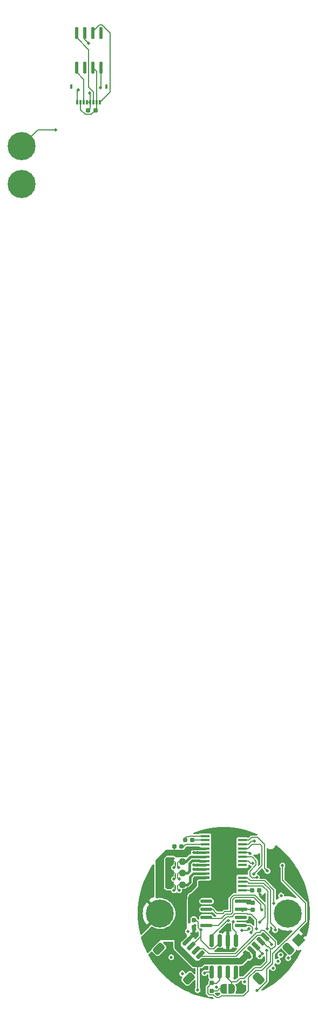
<source format=gbr>
%TF.GenerationSoftware,KiCad,Pcbnew,8.0.7-8.0.7-0~ubuntu22.04.1*%
%TF.CreationDate,2025-01-08T19:04:49+01:00*%
%TF.ProjectId,bldc_servo_mini_v1,626c6463-5f73-4657-9276-6f5f6d696e69,rev?*%
%TF.SameCoordinates,Original*%
%TF.FileFunction,Copper,L1,Top*%
%TF.FilePolarity,Positive*%
%FSLAX46Y46*%
G04 Gerber Fmt 4.6, Leading zero omitted, Abs format (unit mm)*
G04 Created by KiCad (PCBNEW 8.0.7-8.0.7-0~ubuntu22.04.1) date 2025-01-08 19:04:49*
%MOMM*%
%LPD*%
G01*
G04 APERTURE LIST*
G04 Aperture macros list*
%AMRoundRect*
0 Rectangle with rounded corners*
0 $1 Rounding radius*
0 $2 $3 $4 $5 $6 $7 $8 $9 X,Y pos of 4 corners*
0 Add a 4 corners polygon primitive as box body*
4,1,4,$2,$3,$4,$5,$6,$7,$8,$9,$2,$3,0*
0 Add four circle primitives for the rounded corners*
1,1,$1+$1,$2,$3*
1,1,$1+$1,$4,$5*
1,1,$1+$1,$6,$7*
1,1,$1+$1,$8,$9*
0 Add four rect primitives between the rounded corners*
20,1,$1+$1,$2,$3,$4,$5,0*
20,1,$1+$1,$4,$5,$6,$7,0*
20,1,$1+$1,$6,$7,$8,$9,0*
20,1,$1+$1,$8,$9,$2,$3,0*%
%AMRotRect*
0 Rectangle, with rotation*
0 The origin of the aperture is its center*
0 $1 length*
0 $2 width*
0 $3 Rotation angle, in degrees counterclockwise*
0 Add horizontal line*
21,1,$1,$2,0,0,$3*%
%AMFreePoly0*
4,1,19,0.000000,0.744911,0.071157,0.744911,0.207708,0.704816,0.327430,0.627875,0.420627,0.520320,0.479746,0.390866,0.500000,0.250000,0.500000,-0.250000,0.479746,-0.390866,0.420627,-0.520320,0.327430,-0.627875,0.207708,-0.704816,0.071157,-0.744911,0.000000,-0.744911,0.000000,-0.750000,-0.500000,-0.750000,-0.500000,0.750000,0.000000,0.750000,0.000000,0.744911,0.000000,0.744911,
$1*%
%AMFreePoly1*
4,1,19,0.500000,-0.750000,0.000000,-0.750000,0.000000,-0.744911,-0.071157,-0.744911,-0.207708,-0.704816,-0.327430,-0.627875,-0.420627,-0.520320,-0.479746,-0.390866,-0.500000,-0.250000,-0.500000,0.250000,-0.479746,0.390866,-0.420627,0.520320,-0.327430,0.627875,-0.207708,0.704816,-0.071157,0.744911,0.000000,0.744911,0.000000,0.750000,0.500000,0.750000,0.500000,-0.750000,0.500000,-0.750000,
$1*%
G04 Aperture macros list end*
%TA.AperFunction,EtchedComponent*%
%ADD10C,0.000000*%
%TD*%
%TA.AperFunction,SMDPad,CuDef*%
%ADD11RotRect,1.500000X1.500000X45.000000*%
%TD*%
%TA.AperFunction,SMDPad,CuDef*%
%ADD12RoundRect,0.155000X0.212500X0.155000X-0.212500X0.155000X-0.212500X-0.155000X0.212500X-0.155000X0*%
%TD*%
%TA.AperFunction,SMDPad,CuDef*%
%ADD13RoundRect,0.250000X0.337500X0.475000X-0.337500X0.475000X-0.337500X-0.475000X0.337500X-0.475000X0*%
%TD*%
%TA.AperFunction,SMDPad,CuDef*%
%ADD14RoundRect,0.155000X-0.212500X-0.155000X0.212500X-0.155000X0.212500X0.155000X-0.212500X0.155000X0*%
%TD*%
%TA.AperFunction,SMDPad,CuDef*%
%ADD15C,0.200000*%
%TD*%
%TA.AperFunction,SMDPad,CuDef*%
%ADD16O,1.950000X0.568500*%
%TD*%
%TA.AperFunction,SMDPad,CuDef*%
%ADD17RoundRect,0.155000X0.155000X-0.212500X0.155000X0.212500X-0.155000X0.212500X-0.155000X-0.212500X0*%
%TD*%
%TA.AperFunction,SMDPad,CuDef*%
%ADD18RoundRect,0.155000X-0.155000X0.212500X-0.155000X-0.212500X0.155000X-0.212500X0.155000X0.212500X0*%
%TD*%
%TA.AperFunction,SMDPad,CuDef*%
%ADD19O,0.568500X1.950000*%
%TD*%
%TA.AperFunction,SMDPad,CuDef*%
%ADD20RoundRect,0.150000X-0.150000X0.825000X-0.150000X-0.825000X0.150000X-0.825000X0.150000X0.825000X0*%
%TD*%
%TA.AperFunction,SMDPad,CuDef*%
%ADD21RoundRect,0.237500X-0.250000X-0.237500X0.250000X-0.237500X0.250000X0.237500X-0.250000X0.237500X0*%
%TD*%
%TA.AperFunction,SMDPad,CuDef*%
%ADD22RoundRect,0.160000X0.160000X-0.197500X0.160000X0.197500X-0.160000X0.197500X-0.160000X-0.197500X0*%
%TD*%
%TA.AperFunction,SMDPad,CuDef*%
%ADD23FreePoly0,180.000000*%
%TD*%
%TA.AperFunction,SMDPad,CuDef*%
%ADD24FreePoly1,180.000000*%
%TD*%
%TA.AperFunction,SMDPad,CuDef*%
%ADD25RoundRect,0.150000X-0.548008X-0.335876X-0.335876X-0.548008X0.548008X0.335876X0.335876X0.548008X0*%
%TD*%
%TA.AperFunction,SMDPad,CuDef*%
%ADD26RoundRect,0.250000X-0.707107X-0.212132X-0.212132X-0.707107X0.707107X0.212132X0.212132X0.707107X0*%
%TD*%
%TA.AperFunction,SMDPad,CuDef*%
%ADD27RoundRect,0.250000X0.212132X-0.707107X0.707107X-0.212132X-0.212132X0.707107X-0.707107X0.212132X0*%
%TD*%
%TA.AperFunction,SMDPad,CuDef*%
%ADD28RoundRect,0.150000X0.335876X-0.548008X0.548008X-0.335876X-0.335876X0.548008X-0.548008X0.335876X0*%
%TD*%
%TA.AperFunction,SMDPad,CuDef*%
%ADD29R,3.100000X5.180000*%
%TD*%
%TA.AperFunction,SMDPad,CuDef*%
%ADD30R,1.475000X0.450000*%
%TD*%
%TA.AperFunction,ComponentPad*%
%ADD31C,2.600000*%
%TD*%
%TA.AperFunction,ConnectorPad*%
%ADD32C,4.400000*%
%TD*%
%TA.AperFunction,SMDPad,CuDef*%
%ADD33R,0.400000X0.800000*%
%TD*%
%TA.AperFunction,SMDPad,CuDef*%
%ADD34R,0.300000X0.800000*%
%TD*%
%TA.AperFunction,SMDPad,CuDef*%
%ADD35RoundRect,0.250000X-0.337500X-0.475000X0.337500X-0.475000X0.337500X0.475000X-0.337500X0.475000X0*%
%TD*%
%TA.AperFunction,ViaPad*%
%ADD36C,0.500000*%
%TD*%
%TA.AperFunction,Conductor*%
%ADD37C,1.000000*%
%TD*%
%TA.AperFunction,Conductor*%
%ADD38C,0.200000*%
%TD*%
%TA.AperFunction,Conductor*%
%ADD39C,0.400000*%
%TD*%
%TA.AperFunction,Conductor*%
%ADD40C,0.500000*%
%TD*%
G04 APERTURE END LIST*
D10*
%TA.AperFunction,EtchedComponent*%
%TO.C,NT3*%
G36*
X92500000Y-96100000D02*
G01*
X92300000Y-96100000D01*
X92300000Y-95700000D01*
X92500000Y-95700000D01*
X92500000Y-96100000D01*
G37*
%TD.AperFunction*%
%TA.AperFunction,EtchedComponent*%
%TO.C,NT2*%
G36*
X92500000Y-94300000D02*
G01*
X92300000Y-94300000D01*
X92300000Y-93900000D01*
X92500000Y-93900000D01*
X92500000Y-94300000D01*
G37*
%TD.AperFunction*%
%TA.AperFunction,EtchedComponent*%
%TO.C,NT1*%
G36*
X92500000Y-92500000D02*
G01*
X92300000Y-92500000D01*
X92300000Y-92100000D01*
X92500000Y-92100000D01*
X92500000Y-92500000D01*
G37*
%TD.AperFunction*%
%TD*%
D11*
%TO.P,PAD5,1,1*%
%TO.N,GND*%
X111700000Y-104200000D03*
%TD*%
%TO.P,PAD4,1,1*%
%TO.N,VCC*%
X88300000Y-104200000D03*
%TD*%
D12*
%TO.P,C15,1*%
%TO.N,VCC*%
X89767500Y-94300000D03*
%TO.P,C15,2*%
%TO.N,GND*%
X88632500Y-94300000D03*
%TD*%
D13*
%TO.P,C8,1*%
%TO.N,VCC*%
X89937500Y-96200000D03*
%TO.P,C8,2*%
%TO.N,GND*%
X87862500Y-96200000D03*
%TD*%
D14*
%TO.P,C14,1*%
%TO.N,VCC*%
X93732500Y-99300000D03*
%TO.P,C14,2*%
%TO.N,GND*%
X94867500Y-99300000D03*
%TD*%
D15*
%TO.P,NT3,2,2*%
%TO.N,GND*%
X92400000Y-95700000D03*
%TO.P,NT3,1,1*%
%TO.N,/SHUNT3-*%
X92400000Y-96100000D03*
%TD*%
%TO.P,NT2,1,1*%
%TO.N,/SHUNT2-*%
X92400000Y-94300000D03*
%TO.P,NT2,2,2*%
%TO.N,GND*%
X92400000Y-93900000D03*
%TD*%
%TO.P,NT1,1,1*%
%TO.N,/SHUNT1-*%
X92400000Y-92500000D03*
%TO.P,NT1,2,2*%
%TO.N,GND*%
X92400000Y-92100000D03*
%TD*%
D16*
%TO.P,U1,5,PWM*%
%TO.N,unconnected-(U1-PWM-Pad5)*%
X97295000Y-98095000D03*
%TO.P,U1,6,MISO*%
%TO.N,/MISO*%
X97295000Y-99365000D03*
%TO.P,U1,7,MOSI*%
%TO.N,/MOSI*%
X97295000Y-100635000D03*
%TO.P,U1,8,SCLK*%
%TO.N,/SCK*%
X97295000Y-101905000D03*
%TO.P,U1,4,GND*%
%TO.N,GND*%
X102705000Y-98095000D03*
%TO.P,U1,3,VDD*%
%TO.N,+3.3V*%
X102705000Y-99365000D03*
%TO.P,U1,2,NC*%
%TO.N,unconnected-(U1-NC-Pad2)*%
X102705000Y-100635000D03*
%TO.P,U1,1,CS*%
%TO.N,/CS*%
X102705000Y-101905000D03*
%TD*%
D17*
%TO.P,C7,1*%
%TO.N,+3.3V*%
X104500000Y-99467500D03*
%TO.P,C7,2*%
%TO.N,GND*%
X104500000Y-98332500D03*
%TD*%
D14*
%TO.P,C16,2*%
%TO.N,Net-(IC1-CPH)*%
X95067500Y-88500000D03*
%TO.P,C16,1*%
%TO.N,Net-(IC1-CPL)*%
X93932500Y-88500000D03*
%TD*%
D18*
%TO.P,C10,1*%
%TO.N,+3.3V*%
X95300000Y-101032500D03*
%TO.P,C10,2*%
%TO.N,GND*%
X95300000Y-102167500D03*
%TD*%
D14*
%TO.P,C9,1*%
%TO.N,Net-(IC1-V3P3)*%
X104432500Y-96400000D03*
%TO.P,C9,2*%
%TO.N,GND*%
X105567500Y-96400000D03*
%TD*%
D12*
%TO.P,C6,1*%
%TO.N,Net-(IC1-VCP)*%
X93367500Y-89500000D03*
%TO.P,C6,2*%
%TO.N,VCC*%
X92232500Y-89500000D03*
%TD*%
D19*
%TO.P,U4,1,CS*%
%TO.N,/SENSOR2_CS*%
X76895000Y32295000D03*
%TO.P,U4,2,NC*%
%TO.N,unconnected-(U4-NC-Pad2)*%
X78165000Y32295000D03*
%TO.P,U4,3,VDD*%
%TO.N,/SENSOR2_3V3*%
X79435000Y32295000D03*
%TO.P,U4,4,GND*%
%TO.N,/SENSOR2_GND*%
X80705000Y32295000D03*
%TO.P,U4,8,SCLK*%
%TO.N,/SENSOR2_SCK*%
X76895000Y37705000D03*
%TO.P,U4,7,MOSI*%
%TO.N,/SENSOR2_MOSI*%
X78165000Y37705000D03*
%TO.P,U4,6,MISO*%
%TO.N,/SENSOR2_MISO*%
X79435000Y37705000D03*
%TO.P,U4,5,PWM*%
%TO.N,unconnected-(U4-PWM-Pad5)*%
X80705000Y37705000D03*
%TD*%
D20*
%TO.P,U3,1,D*%
%TO.N,/CAN_TX*%
X101905000Y-104225000D03*
%TO.P,U3,2,GND*%
%TO.N,GND*%
X100635000Y-104225000D03*
%TO.P,U3,3,VCC*%
%TO.N,+3.3V*%
X99365000Y-104225000D03*
%TO.P,U3,4,R*%
%TO.N,/CAN_RX*%
X98095000Y-104225000D03*
%TO.P,U3,5,EN*%
%TO.N,/CAN_EN*%
X98095000Y-109175000D03*
%TO.P,U3,6,CANL*%
%TO.N,/CAN_L*%
X99365000Y-109175000D03*
%TO.P,U3,7,CANH*%
%TO.N,/CAN_H*%
X100635000Y-109175000D03*
%TO.P,U3,8,Rs*%
%TO.N,/CAN_Rs*%
X101905000Y-109175000D03*
%TD*%
D21*
%TO.P,R29,1*%
%TO.N,GND*%
X91687500Y-91900000D03*
%TO.P,R29,2*%
%TO.N,/SHUNT1+*%
X93512500Y-91900000D03*
%TD*%
%TO.P,R16,1*%
%TO.N,GND*%
X91687500Y-95500000D03*
%TO.P,R16,2*%
%TO.N,/SHUNT3+*%
X93512500Y-95500000D03*
%TD*%
%TO.P,R13,2*%
%TO.N,/SHUNT2+*%
X93512500Y-93700000D03*
%TO.P,R13,1*%
%TO.N,GND*%
X91687500Y-93700000D03*
%TD*%
D22*
%TO.P,R3,1*%
%TO.N,Net-(JP1-B)*%
X98100000Y-112097500D03*
%TO.P,R3,2*%
%TO.N,/CAN_L*%
X98100000Y-110902500D03*
%TD*%
D23*
%TO.P,JP1,2,B*%
%TO.N,Net-(JP1-B)*%
X99950000Y-111800000D03*
D24*
%TO.P,JP1,1,A*%
%TO.N,/CAN_H*%
X101250000Y-111800000D03*
%TD*%
D25*
%TO.P,J6,1,Pin_1*%
%TO.N,VCC*%
X93500000Y-103671573D03*
%TO.P,J6,2,Pin_2*%
%TO.N,GND*%
X94207108Y-104378680D03*
%TO.P,J6,3,Pin_3*%
%TO.N,+3.3V*%
X94914214Y-105085786D03*
%TO.P,J6,4,Pin_4*%
%TO.N,/CAN_L*%
X95621320Y-105792893D03*
%TO.P,J6,5,Pin_5*%
%TO.N,/CAN_H*%
X96328427Y-106500000D03*
D26*
%TO.P,J6,MP,MountPin*%
%TO.N,unconnected-(J6-MountPin-PadMP)*%
X89840722Y-105492372D03*
%TO.N,unconnected-(J6-MountPin-PadMP)_1*%
X94507627Y-110159279D03*
%TD*%
D27*
%TO.P,J1,MP,MountPin*%
%TO.N,unconnected-(J1-MountPin-PadMP)*%
X110159279Y-105492373D03*
%TO.N,unconnected-(J1-MountPin-PadMP)_1*%
X105492374Y-110159278D03*
D28*
%TO.P,J1,5,Pin_5*%
%TO.N,/CAN_H*%
X106500000Y-103671573D03*
%TO.P,J1,4,Pin_4*%
%TO.N,/CAN_L*%
X105792893Y-104378680D03*
%TO.P,J1,3,Pin_3*%
%TO.N,+3.3V*%
X105085784Y-105085786D03*
%TO.P,J1,2,Pin_2*%
%TO.N,GND*%
X104378680Y-105792893D03*
%TO.P,J1,1,Pin_1*%
%TO.N,VCC*%
X103671573Y-106500000D03*
%TD*%
D29*
%TO.P,IC1,29,POWERPAD*%
%TO.N,GND*%
X100000000Y-92125000D03*
D30*
%TO.P,IC1,28,GND_3*%
X102938000Y-87900000D03*
%TO.P,IC1,27,IN1*%
%TO.N,/IN1*%
X102938000Y-88550000D03*
%TO.P,IC1,26,EN1*%
%TO.N,/EN1*%
X102938000Y-89200000D03*
%TO.P,IC1,25,IN2*%
%TO.N,/IN2*%
X102938000Y-89850000D03*
%TO.P,IC1,24,EN2*%
%TO.N,/EN2*%
X102938000Y-90500000D03*
%TO.P,IC1,23,IN3*%
%TO.N,/IN3*%
X102938000Y-91150000D03*
%TO.P,IC1,22,EN3*%
%TO.N,/EN3*%
X102938000Y-91800000D03*
%TO.P,IC1,21,NC*%
%TO.N,unconnected-(IC1-NC-Pad21)*%
X102938000Y-92450000D03*
%TO.P,IC1,20,GND_2*%
%TO.N,GND*%
X102938000Y-93100000D03*
%TO.P,IC1,19,NCOMPO*%
X102938000Y-93750000D03*
%TO.P,IC1,18,NFAULT*%
%TO.N,/DRIVER_NFAULT*%
X102938000Y-94400000D03*
%TO.P,IC1,17,NSLEEP*%
%TO.N,/DRIVER_NSLEEP*%
X102938000Y-95050000D03*
%TO.P,IC1,16,NRESET*%
%TO.N,/DRIVER_NRST*%
X102938000Y-95700000D03*
%TO.P,IC1,15,V3P3*%
%TO.N,Net-(IC1-V3P3)*%
X102938000Y-96350000D03*
%TO.P,IC1,14,GND_1*%
%TO.N,GND*%
X97062000Y-96350000D03*
%TO.P,IC1,13,COMPN*%
X97062000Y-95700000D03*
%TO.P,IC1,12,COMPP*%
X97062000Y-95050000D03*
%TO.P,IC1,11,VM_2*%
%TO.N,VCC*%
X97062000Y-94400000D03*
%TO.P,IC1,10,PGND3*%
%TO.N,/SHUNT3+*%
X97062000Y-93750000D03*
%TO.P,IC1,9,OUT3*%
%TO.N,/OUT3*%
X97062000Y-93100000D03*
%TO.P,IC1,8,OUT2*%
%TO.N,/OUT2*%
X97062000Y-92450000D03*
%TO.P,IC1,7,PGND2*%
%TO.N,/SHUNT2+*%
X97062000Y-91800000D03*
%TO.P,IC1,6,PGND1*%
%TO.N,/SHUNT1+*%
X97062000Y-91150000D03*
%TO.P,IC1,5,OUT1*%
%TO.N,/OUT1*%
X97062000Y-90500000D03*
%TO.P,IC1,4,VM_1*%
%TO.N,VCC*%
X97062000Y-89850000D03*
%TO.P,IC1,3,VCP*%
%TO.N,Net-(IC1-VCP)*%
X97062000Y-89200000D03*
%TO.P,IC1,2,CPH*%
%TO.N,Net-(IC1-CPH)*%
X97062000Y-88550000D03*
%TO.P,IC1,1,CPL*%
%TO.N,Net-(IC1-CPL)*%
X97062000Y-87900000D03*
%TD*%
D31*
%TO.P,H6,1,1*%
%TO.N,/SENSOR2_GND*%
X68300000Y14100000D03*
D32*
X68300000Y14100000D03*
%TD*%
D31*
%TO.P,H5,1,1*%
%TO.N,/SENSOR2_GND*%
X68300000Y20050000D03*
D32*
X68300000Y20050000D03*
%TD*%
D31*
%TO.P,H2,1,1*%
%TO.N,GND*%
X90000000Y-100000000D03*
D32*
X90000000Y-100000000D03*
%TD*%
D31*
%TO.P,H1,1,1*%
%TO.N,GND*%
X110000000Y-100000000D03*
D32*
X110000000Y-100000000D03*
%TD*%
D33*
%TO.P,FPC_SENSOR2,9,9*%
%TO.N,unconnected-(FPC_SENSOR2-Pad9)*%
X76050000Y29350000D03*
D34*
%TO.P,FPC_SENSOR2,1,1*%
%TO.N,/SENSOR2_MISO*%
X80550000Y26850000D03*
%TO.P,FPC_SENSOR2,2,2*%
%TO.N,/SENSOR2_3V3*%
X80050000Y26850000D03*
%TO.P,FPC_SENSOR2,3,3*%
%TO.N,/SENSOR2_SCK*%
X79550000Y26850000D03*
%TO.P,FPC_SENSOR2,4,4*%
%TO.N,/SENSOR2_GND*%
X79050000Y26850000D03*
%TO.P,FPC_SENSOR2,5,5*%
X78550000Y26850000D03*
%TO.P,FPC_SENSOR2,6,6*%
%TO.N,/SENSOR2_CS*%
X78050000Y26850000D03*
%TO.P,FPC_SENSOR2,7,7*%
%TO.N,/SENSOR2_3V3*%
X77550000Y26850000D03*
%TO.P,FPC_SENSOR2,8,8*%
%TO.N,/SENSOR2_MOSI*%
X77050000Y26850000D03*
D33*
%TO.P,FPC_SENSOR2,10,10*%
%TO.N,unconnected-(FPC_SENSOR2-Pad10)*%
X81550000Y29350000D03*
%TD*%
D35*
%TO.P,C12,2*%
%TO.N,GND*%
X95137500Y-97700000D03*
%TO.P,C12,1*%
%TO.N,VCC*%
X93062500Y-97700000D03*
%TD*%
D12*
%TO.P,C11,1*%
%TO.N,/SENSOR2_3V3*%
X79867500Y25600000D03*
%TO.P,C11,2*%
%TO.N,/SENSOR2_GND*%
X78732500Y25600000D03*
%TD*%
D36*
%TO.N,VCC*%
X90100768Y-92200000D03*
%TO.N,GND*%
X88400000Y-97400000D03*
X88600000Y-95000000D03*
%TO.N,/MISO*%
X110100000Y-107000000D03*
%TO.N,GND*%
X108250000Y-106800000D03*
%TO.N,/SCK*%
X108900000Y-106500000D03*
%TO.N,/MOSI*%
X107738909Y-108538909D03*
%TO.N,/CS*%
X108500000Y-107500000D03*
%TO.N,GND*%
X92200000Y-108200000D03*
X95500000Y-98600000D03*
X97000000Y-95400000D03*
X97000000Y-97000000D03*
X107400000Y-110800000D03*
X108700000Y-103800000D03*
X109800000Y-103200000D03*
X111700000Y-104500000D03*
X112600000Y-102900000D03*
X108500000Y-95600000D03*
X112300000Y-96500000D03*
X111000000Y-93900000D03*
X110200000Y-91900000D03*
X108400000Y-90100000D03*
X107000000Y-90400000D03*
X101800000Y-87100000D03*
X99500000Y-87000000D03*
X97500000Y-87100000D03*
X87500000Y-97500000D03*
X87900000Y-95000000D03*
X100600000Y-104800000D03*
X101400000Y-105750000D03*
X100200000Y-105750000D03*
X100800000Y-105750000D03*
X99600000Y-105750000D03*
X98963369Y-105750000D03*
X99900000Y-88000000D03*
X101100000Y-88000000D03*
X98700000Y-88000000D03*
X99300000Y-88000000D03*
X100500000Y-88000000D03*
X101100000Y-88600000D03*
X99900000Y-88600000D03*
X98700000Y-88600000D03*
X99300000Y-88600000D03*
X100500000Y-88600000D03*
X99300000Y-89200000D03*
X101100000Y-89200000D03*
X100500000Y-89200000D03*
X99900000Y-89200000D03*
X98700000Y-89200000D03*
X100500000Y-94000000D03*
X99900000Y-94000000D03*
X99900000Y-93400000D03*
X98700000Y-93400000D03*
X99300000Y-93400000D03*
X100500000Y-93400000D03*
X101100000Y-92800000D03*
X100500000Y-92800000D03*
X98700000Y-92800000D03*
X99900000Y-92800000D03*
X99300000Y-92800000D03*
X99900000Y-92200000D03*
X99300000Y-92200000D03*
X101100000Y-92200000D03*
X98700000Y-92200000D03*
X100500000Y-92200000D03*
X98700000Y-91600000D03*
X99900000Y-91600000D03*
X99300000Y-91600000D03*
X101100000Y-91600000D03*
X100500000Y-91600000D03*
X98700000Y-91000000D03*
X99300000Y-91000000D03*
X99900000Y-91000000D03*
X100500000Y-91000000D03*
X101100000Y-91000000D03*
X99300000Y-90400000D03*
X101100000Y-90400000D03*
X100500000Y-90400000D03*
X99900000Y-90400000D03*
X98700000Y-90400000D03*
X101100000Y-89800000D03*
X100500000Y-89800000D03*
X99900000Y-89800000D03*
X99300000Y-89800000D03*
X91100000Y-94600000D03*
X91100000Y-92800000D03*
X91050768Y-91600000D03*
X91050768Y-92200000D03*
X91050768Y-94000000D03*
X91050768Y-93400000D03*
X91050768Y-95800000D03*
%TO.N,+3.3V*%
X105666934Y-106710884D03*
X106088981Y-106288837D03*
%TO.N,GND*%
X105171959Y-107205859D03*
X95500000Y-102500000D03*
X94192894Y-104392894D03*
X95470000Y-101850000D03*
%TO.N,/SWDIO*%
X103925000Y-102418418D03*
X102825000Y-102639250D03*
%TO.N,/DRIVER_NFAULT*%
X107878768Y-98411645D03*
%TO.N,+3.3V*%
X103500000Y-99365000D03*
%TO.N,/NRST*%
X105183361Y-112083361D03*
X109200000Y-92500000D03*
%TO.N,GND*%
X100600000Y-103600000D03*
%TO.N,/DRIVER_NSLEEP*%
X108050000Y-102597193D03*
%TO.N,/DRIVER_NRST*%
X106850000Y-102395228D03*
%TO.N,VCC*%
X95900000Y-112000000D03*
%TO.N,GND*%
X96600000Y-112000000D03*
%TO.N,/CAN_H*%
X106750000Y-105750000D03*
X107533364Y-104844455D03*
%TO.N,+3.3V*%
X98833109Y-111515125D03*
%TO.N,/CAN_Rs*%
X101726647Y-110115001D03*
%TO.N,/CAN_EN*%
X96988721Y-109322737D03*
%TO.N,GND*%
X104167889Y-107800000D03*
%TO.N,/SENSOR2_GND*%
X73600000Y22600000D03*
%TO.N,/SENSOR2_MOSI*%
X77200000Y28800000D03*
X78800000Y36100000D03*
%TO.N,/SENSOR2_GND*%
X80700000Y29200000D03*
X79000000Y28300000D03*
%TO.N,GND*%
X105700000Y-97100000D03*
X105300000Y-91100000D03*
%TO.N,+3.3V*%
X109000000Y-97200000D03*
X103303240Y-110735587D03*
%TO.N,GND*%
X104120939Y-100750000D03*
%TO.N,+3.3V*%
X102905494Y-99500750D03*
%TO.N,GND*%
X104000000Y-98095000D03*
X96196321Y-98705506D03*
X103300000Y-111900000D03*
X102300000Y-112000000D03*
X99091382Y-112643900D03*
%TO.N,+3.3V*%
X96397220Y-102609459D03*
X94367459Y-102806621D03*
X93500000Y-109400000D03*
%TO.N,GND*%
X93400000Y-108400000D03*
%TO.N,+3.3V*%
X91756067Y-106850001D03*
%TO.N,GND*%
X91695656Y-105661038D03*
X91050768Y-95200000D03*
X98700000Y-89800000D03*
%TO.N,/IN1*%
X106852044Y-93364798D03*
%TO.N,/IN3*%
X105170896Y-94350000D03*
%TO.N,/IN2*%
X104706705Y-93826048D03*
%TO.N,/MISO*%
X105649999Y-101393503D03*
%TO.N,/MOSI*%
X105950001Y-99474257D03*
%TO.N,/SCK*%
X105098811Y-102427808D03*
%TO.N,/CS*%
X104295384Y-103012402D03*
%TO.N,/CAN_TX*%
X101523797Y-101293032D03*
%TO.N,/CAN_RX*%
X100742112Y-101122826D03*
%TO.N,GND*%
X93756162Y-104800000D03*
%TO.N,/EN3*%
X104506886Y-92148106D03*
%TO.N,/EN2*%
X104100000Y-90600000D03*
%TO.N,/EN1*%
X104804578Y-88656586D03*
%TO.N,/OUT1*%
X95300000Y-90500000D03*
X95900000Y-90500000D03*
%TO.N,/OUT3*%
X95300000Y-93100000D03*
X95900000Y-93100000D03*
%TO.N,/OUT2*%
X95300000Y-92400000D03*
X95900000Y-92400000D03*
%TO.N,/SHUNT3+*%
X93000000Y-96400000D03*
%TO.N,/SHUNT3-*%
X92200000Y-96400000D03*
%TO.N,/SHUNT1-*%
X92200000Y-92800000D03*
%TO.N,/SHUNT1+*%
X92964713Y-92838247D03*
%TO.N,/SHUNT2-*%
X92200000Y-94600000D03*
%TO.N,/SHUNT2+*%
X93000000Y-94600000D03*
%TO.N,GND*%
X104738909Y-107638909D03*
%TD*%
D37*
%TO.N,VCC*%
X90100768Y-96500768D02*
X90100768Y-92200000D01*
X90100768Y-92200000D02*
X90100768Y-91583544D01*
D38*
%TO.N,/CS*%
X104295384Y-103012402D02*
X104295384Y-102909053D01*
X104548811Y-102264411D02*
X104152818Y-101868418D01*
X104295384Y-102909053D02*
X104548811Y-102655626D01*
X104152818Y-101868418D02*
X102741582Y-101868418D01*
X104548811Y-102655626D02*
X104548811Y-102264411D01*
X102741582Y-101868418D02*
X102705000Y-101905000D01*
%TO.N,/CAN_L*%
X107400000Y-105538909D02*
X107616728Y-105538909D01*
X97648707Y-106300000D02*
X96847761Y-105499054D01*
X107616728Y-105538909D02*
X108083364Y-105072273D01*
X101785604Y-106300000D02*
X97648707Y-106300000D01*
X108083364Y-105072273D02*
X108083364Y-104406409D01*
X108083364Y-104406409D02*
X106347582Y-102670627D01*
X106347582Y-102670627D02*
X105929373Y-102670627D01*
X105929373Y-102670627D02*
X105622266Y-102977734D01*
X105622266Y-102977734D02*
X105107870Y-102977734D01*
X105107870Y-102977734D02*
X101785604Y-106300000D01*
X96847761Y-105499054D02*
X95915159Y-105499054D01*
X95915159Y-105499054D02*
X95621320Y-105792893D01*
%TO.N,/CAN_H*%
X106500000Y-103671573D02*
X106206161Y-103377734D01*
X106206161Y-103377734D02*
X105273556Y-103377734D01*
X96528427Y-106700000D02*
X96328427Y-106500000D01*
X105273556Y-103377734D02*
X101951290Y-106700000D01*
X101951290Y-106700000D02*
X96528427Y-106700000D01*
%TO.N,+3.3V*%
X99365000Y-104225000D02*
X99365000Y-104570552D01*
X99365000Y-104570552D02*
X98435552Y-105500000D01*
X97754448Y-105500000D02*
X96397220Y-104142772D01*
X98435552Y-105500000D02*
X97754448Y-105500000D01*
X96397220Y-104142772D02*
X96397220Y-102609459D01*
%TO.N,/CAN_L*%
X105792893Y-104378680D02*
X105978680Y-104378680D01*
X105978680Y-104378680D02*
X106800000Y-105200000D01*
X106800000Y-105200000D02*
X106977818Y-105200000D01*
X106977818Y-105200000D02*
X107300000Y-105522182D01*
X107300000Y-105522182D02*
X107300000Y-105538909D01*
X107300000Y-105538909D02*
X107400000Y-105538909D01*
%TO.N,/CAN_H*%
X105837041Y-108497273D02*
X104837041Y-108497273D01*
X101995552Y-110700000D02*
X101185001Y-110700000D01*
X106750000Y-105750000D02*
X106750000Y-107584314D01*
X103143762Y-110190552D02*
X102505000Y-110190552D01*
X106750000Y-107584314D02*
X105837041Y-108497273D01*
X104837041Y-108497273D02*
X103143762Y-110190552D01*
X102505000Y-110190552D02*
X101995552Y-110700000D01*
X106500000Y-103700000D02*
X106500000Y-103671573D01*
X107533364Y-104844455D02*
X107533364Y-104733364D01*
X107533364Y-104733364D02*
X106500000Y-103700000D01*
%TO.N,Net-(IC1-VCP)*%
X94000000Y-89200000D02*
X93700000Y-89500000D01*
X93700000Y-89500000D02*
X93367500Y-89500000D01*
X97062000Y-89200000D02*
X94000000Y-89200000D01*
%TO.N,VCC*%
X92232500Y-89500000D02*
X92232500Y-90077500D01*
X92232500Y-90077500D02*
X92100000Y-90210000D01*
D39*
X97062000Y-89850000D02*
X94450000Y-89850000D01*
X94450000Y-89850000D02*
X94090000Y-90210000D01*
X94090000Y-90210000D02*
X92100000Y-90210000D01*
D38*
%TO.N,/MISO*%
X105649999Y-101393503D02*
X106500000Y-100543502D01*
X98900000Y-100000000D02*
X98265000Y-99365000D01*
X106500000Y-100543502D02*
X106500000Y-98725776D01*
X106500000Y-98725776D02*
X104884974Y-97110750D01*
X100168628Y-99700000D02*
X99868628Y-100000000D01*
X104884974Y-97110750D02*
X101606560Y-97110750D01*
X101606560Y-97110750D02*
X101030000Y-97687310D01*
X101030000Y-97687310D02*
X101030000Y-99661624D01*
X101030000Y-99661624D02*
X100991624Y-99700000D01*
X100991624Y-99700000D02*
X100168628Y-99700000D01*
X99868628Y-100000000D02*
X98900000Y-100000000D01*
X98265000Y-99365000D02*
X97295000Y-99365000D01*
%TO.N,/MOSI*%
X105950001Y-99474257D02*
X105800000Y-99324256D01*
X105800000Y-99324256D02*
X105800000Y-98591462D01*
X97460000Y-100800000D02*
X97295000Y-100635000D01*
X105800000Y-98591462D02*
X104719288Y-97510750D01*
X104719288Y-97510750D02*
X101772246Y-97510750D01*
X101430000Y-99827310D02*
X101157310Y-100100000D01*
X101772246Y-97510750D02*
X101430000Y-97852996D01*
X101430000Y-97852996D02*
X101430000Y-99827310D01*
X101157310Y-100100000D02*
X100334314Y-100100000D01*
X100334314Y-100100000D02*
X99634314Y-100800000D01*
X99634314Y-100800000D02*
X97460000Y-100800000D01*
%TO.N,/SCK*%
X105098811Y-102427808D02*
X105090873Y-102419870D01*
X105100000Y-100951243D02*
X104283757Y-100135000D01*
X103637754Y-100050750D02*
X101772246Y-100050750D01*
X105090873Y-102419870D02*
X105090873Y-101900000D01*
X105090873Y-101900000D02*
X105100000Y-101890873D01*
X105100000Y-101890873D02*
X105100000Y-100951243D01*
X104283757Y-100135000D02*
X103722004Y-100135000D01*
X103722004Y-100135000D02*
X103637754Y-100050750D01*
X101772246Y-100050750D02*
X101322996Y-100500000D01*
X101322996Y-100500000D02*
X100500000Y-100500000D01*
X100500000Y-100500000D02*
X99095000Y-101905000D01*
X99095000Y-101905000D02*
X97295000Y-101905000D01*
%TO.N,+3.3V*%
X106088981Y-106288837D02*
X105666934Y-106710884D01*
D40*
%TO.N,GND*%
X104948294Y-107429524D02*
X105171959Y-107205859D01*
X104328980Y-107638909D02*
X104167889Y-107800000D01*
X104738909Y-107638909D02*
X104328980Y-107638909D01*
X104738909Y-107638909D02*
X104738909Y-107165076D01*
X104738909Y-107165076D02*
X104822519Y-107081466D01*
X104822519Y-107081466D02*
X104822519Y-106236732D01*
X104822519Y-106236732D02*
X104378680Y-105792893D01*
D38*
X104948294Y-107429524D02*
X104738909Y-107638909D01*
%TO.N,+3.3V*%
X105085784Y-105285640D02*
X106088981Y-106288837D01*
X105085784Y-105085786D02*
X105085784Y-105285640D01*
%TO.N,GND*%
X105000000Y-107377818D02*
X104948294Y-107429524D01*
X95470000Y-101850000D02*
X95470000Y-101997500D01*
X95470000Y-101997500D02*
X95300000Y-102167500D01*
D40*
X94207108Y-104378680D02*
X95300000Y-103285788D01*
X95300000Y-103285788D02*
X95300000Y-102167500D01*
D38*
%TO.N,/DRIVER_NRST*%
X106100000Y-95700000D02*
X102938000Y-95700000D01*
X106850000Y-101615688D02*
X106900000Y-101565688D01*
X106850000Y-102395228D02*
X106850000Y-101615688D01*
X106900000Y-101565688D02*
X106900000Y-96500000D01*
X106900000Y-96500000D02*
X106100000Y-95700000D01*
%TO.N,/DRIVER_NSLEEP*%
X102938000Y-95050000D02*
X103725500Y-95050000D01*
X103725500Y-95050000D02*
X103975500Y-95300000D01*
X103975500Y-95300000D02*
X106265686Y-95300000D01*
X107300000Y-96334314D02*
X107300000Y-101500000D01*
X106265686Y-95300000D02*
X107300000Y-96334314D01*
X107300000Y-101500000D02*
X108050000Y-102250000D01*
X108050000Y-102250000D02*
X108050000Y-102597193D01*
%TO.N,/DRIVER_NFAULT*%
X106431372Y-94900000D02*
X104225500Y-94900000D01*
X107878768Y-98411645D02*
X107878768Y-96347396D01*
X107878768Y-96347396D02*
X106431372Y-94900000D01*
X104225500Y-94900000D02*
X103725500Y-94400000D01*
X103725500Y-94400000D02*
X102938000Y-94400000D01*
%TO.N,/SWDIO*%
X103704168Y-102639250D02*
X103925000Y-102418418D01*
X102825000Y-102639250D02*
X103704168Y-102639250D01*
%TO.N,/IN3*%
X104100000Y-93400000D02*
X105056886Y-92443114D01*
X104100000Y-94067872D02*
X104100000Y-93400000D01*
X104458176Y-94426048D02*
X104100000Y-94067872D01*
X105170896Y-94350000D02*
X105094848Y-94426048D01*
X105094848Y-94426048D02*
X104458176Y-94426048D01*
X105056886Y-92443114D02*
X105056886Y-91800218D01*
X105056886Y-91800218D02*
X104494521Y-91237853D01*
%TO.N,+3.3V*%
X103500000Y-99365000D02*
X104000000Y-99365000D01*
X102705000Y-99365000D02*
X103500000Y-99365000D01*
%TO.N,/NRST*%
X109200000Y-92500000D02*
X109200000Y-94800000D01*
X109200000Y-94800000D02*
X112800000Y-98400000D01*
X112800000Y-98400000D02*
X112800000Y-101200000D01*
X112800000Y-101200000D02*
X109769632Y-104230368D01*
X109769632Y-104230368D02*
X109724226Y-104230368D01*
X109724226Y-104230368D02*
X107700000Y-106254594D01*
X107700000Y-106254594D02*
X107700000Y-107800000D01*
X107700000Y-107800000D02*
X106754379Y-108745621D01*
X106754379Y-108745621D02*
X106754379Y-110594331D01*
X106754379Y-110594331D02*
X105265349Y-112083361D01*
X105265349Y-112083361D02*
X105183361Y-112083361D01*
%TO.N,/CAN_L*%
X106002727Y-108897273D02*
X107300000Y-107600000D01*
X98100000Y-110902500D02*
X97480000Y-111522500D01*
X105002727Y-108897273D02*
X106002727Y-108897273D01*
X103853240Y-112124578D02*
X103853240Y-110046760D01*
X103077818Y-112900000D02*
X103853240Y-112124578D01*
X99613100Y-112900000D02*
X103077818Y-112900000D01*
X99319200Y-113193900D02*
X99613100Y-112900000D01*
X97745028Y-112755000D02*
X98392341Y-112755000D01*
X103853240Y-110046760D02*
X105002727Y-108897273D01*
X97480000Y-112489972D02*
X97745028Y-112755000D01*
X98392341Y-112755000D02*
X98831241Y-113193900D01*
X97480000Y-111522500D02*
X97480000Y-112489972D01*
X98831241Y-113193900D02*
X99319200Y-113193900D01*
X107300000Y-107600000D02*
X107300000Y-105638909D01*
X107300000Y-105638909D02*
X107400000Y-105538909D01*
D37*
%TO.N,VCC*%
X96341695Y-107900946D02*
X95900000Y-107900946D01*
X95900000Y-107900946D02*
X95400947Y-107900946D01*
D38*
X95900000Y-112000000D02*
X95900000Y-107900946D01*
%TO.N,Net-(JP1-B)*%
X99950000Y-111800000D02*
X99326052Y-111800000D01*
X99326052Y-111800000D02*
X99028552Y-112097500D01*
X99028552Y-112097500D02*
X98100000Y-112097500D01*
%TO.N,/CAN_L*%
X99365000Y-109175000D02*
X99365000Y-110435000D01*
X99365000Y-110435000D02*
X98834875Y-110965125D01*
X98834875Y-110965125D02*
X98534875Y-110965125D01*
X98534875Y-110965125D02*
X98472250Y-110902500D01*
X98472250Y-110902500D02*
X98100000Y-110902500D01*
%TO.N,/CAN_EN*%
X96988721Y-109322737D02*
X97136458Y-109175000D01*
X97136458Y-109175000D02*
X98095000Y-109175000D01*
%TO.N,/CAN_H*%
X101185001Y-110700000D02*
X101250000Y-110764999D01*
X101250000Y-110764999D02*
X101250000Y-111800000D01*
X100635000Y-109175000D02*
X100635000Y-110149999D01*
X100635000Y-110149999D02*
X101185001Y-110700000D01*
%TO.N,/CAN_L*%
X105792893Y-104378680D02*
X106086732Y-104672519D01*
D37*
%TO.N,VCC*%
X103671573Y-106500000D02*
X102671573Y-107500000D01*
X102671573Y-107500000D02*
X96742641Y-107500000D01*
X96742641Y-107500000D02*
X96341695Y-107900946D01*
X95400947Y-107900946D02*
X92806162Y-105306161D01*
X92806162Y-105306161D02*
X92806162Y-104365411D01*
X92806162Y-104365411D02*
X93500000Y-103671573D01*
D38*
%TO.N,+3.3V*%
X105085784Y-105085786D02*
X105085784Y-105185784D01*
X96397220Y-102609459D02*
X96397220Y-103602780D01*
X96397220Y-103602780D02*
X94914214Y-105085786D01*
%TO.N,GND*%
X102938000Y-93100000D02*
X100975000Y-93100000D01*
X100975000Y-93100000D02*
X100000000Y-92125000D01*
%TO.N,/SENSOR2_GND*%
X70850000Y22600000D02*
X73600000Y22600000D01*
X68300000Y20050000D02*
X70850000Y22600000D01*
%TO.N,/SENSOR2_MISO*%
X80550000Y26850000D02*
X82200000Y28500000D01*
X82200000Y28500000D02*
X82200000Y37727004D01*
X82200000Y37727004D02*
X80947004Y38980000D01*
X80947004Y38980000D02*
X80462996Y38980000D01*
X80462996Y38980000D02*
X79435000Y37952004D01*
X79435000Y37952004D02*
X79435000Y37705000D01*
%TO.N,/SENSOR2_MOSI*%
X77200000Y28800000D02*
X77050000Y28650000D01*
X77050000Y28650000D02*
X77050000Y26850000D01*
X78165000Y37705000D02*
X78165000Y36735000D01*
X78165000Y36735000D02*
X78800000Y36100000D01*
%TO.N,/SENSOR2_SCK*%
X76895000Y37705000D02*
X76895000Y37014250D01*
X76895000Y37014250D02*
X78800000Y35109250D01*
X78800000Y35109250D02*
X78800000Y29277818D01*
X78800000Y29277818D02*
X79550000Y28527818D01*
X79550000Y28527818D02*
X79550000Y26850000D01*
%TO.N,/SENSOR2_GND*%
X79050000Y26850000D02*
X79050000Y28250000D01*
X79050000Y28250000D02*
X79000000Y28300000D01*
X80705000Y32295000D02*
X80705000Y29205000D01*
X80705000Y29205000D02*
X80700000Y29200000D01*
%TO.N,/SENSOR2_3V3*%
X79435000Y32295000D02*
X80050000Y31680000D01*
X80050000Y31680000D02*
X80050000Y26850000D01*
%TO.N,/SENSOR2_CS*%
X76895000Y32295000D02*
X76895000Y31604250D01*
X76895000Y31604250D02*
X78050000Y30449250D01*
X78050000Y30449250D02*
X78050000Y26850000D01*
%TO.N,/SENSOR2_3V3*%
X79867500Y25600000D02*
X79257500Y24990000D01*
X79257500Y24990000D02*
X78260000Y24990000D01*
X78260000Y24990000D02*
X77550000Y25700000D01*
X77550000Y25700000D02*
X77550000Y26850000D01*
X80050000Y26850000D02*
X80050000Y25782500D01*
X80050000Y25782500D02*
X79867500Y25600000D01*
%TO.N,/SENSOR2_GND*%
X79050000Y26850000D02*
X79050000Y25917500D01*
X79050000Y25917500D02*
X78732500Y25600000D01*
X78550000Y26850000D02*
X79050000Y26850000D01*
%TO.N,GND*%
X105567500Y-96967500D02*
X105700000Y-97100000D01*
X105567500Y-96400000D02*
X105567500Y-96967500D01*
%TO.N,VCC*%
X93500000Y-103671573D02*
X93500000Y-98137500D01*
X93500000Y-98137500D02*
X93062500Y-97700000D01*
%TO.N,+3.3V*%
X104500000Y-99467500D02*
X104102500Y-99467500D01*
X104102500Y-99467500D02*
X104000000Y-99365000D01*
%TO.N,GND*%
X102705000Y-98095000D02*
X104000000Y-98095000D01*
X104500000Y-98332500D02*
X104237500Y-98332500D01*
X104237500Y-98332500D02*
X104000000Y-98095000D01*
%TO.N,+3.3V*%
X96020000Y-101420000D02*
X95600000Y-101000000D01*
X96020000Y-102232239D02*
X96020000Y-101420000D01*
X96397220Y-102609459D02*
X96020000Y-102232239D01*
X95600000Y-101000000D02*
X95567500Y-101032500D01*
X95567500Y-101032500D02*
X95300000Y-101032500D01*
%TO.N,Net-(IC1-CPL)*%
X93932500Y-88500000D02*
X93932500Y-88201638D01*
X93932500Y-88201638D02*
X94134138Y-88000000D01*
X94134138Y-88000000D02*
X94552238Y-88000000D01*
X94552238Y-88000000D02*
X94662238Y-87890000D01*
X94662238Y-87890000D02*
X97052000Y-87890000D01*
X97052000Y-87890000D02*
X97062000Y-87900000D01*
%TO.N,Net-(IC1-V3P3)*%
X104432500Y-96400000D02*
X102988000Y-96400000D01*
X102988000Y-96400000D02*
X102938000Y-96350000D01*
%TO.N,/IN1*%
X102938000Y-88550000D02*
X103934814Y-88550000D01*
X103934814Y-88550000D02*
X104378228Y-88106586D01*
X104378228Y-88106586D02*
X105306586Y-88106586D01*
X105306586Y-88106586D02*
X106400000Y-89200000D01*
X106400000Y-89200000D02*
X106400000Y-92912754D01*
X106400000Y-92912754D02*
X106852044Y-93364798D01*
%TO.N,/IN3*%
X104406668Y-91150000D02*
X104494521Y-91237853D01*
X102938000Y-91150000D02*
X104406668Y-91150000D01*
%TO.N,/EN3*%
X104506886Y-92148106D02*
X104223606Y-92148106D01*
X104223606Y-92148106D02*
X103875500Y-91800000D01*
X103875500Y-91800000D02*
X102938000Y-91800000D01*
%TO.N,/EN2*%
X104000000Y-90500000D02*
X102938000Y-90500000D01*
X104100000Y-90600000D02*
X104000000Y-90500000D01*
%TO.N,/CAN_RX*%
X98095000Y-103542256D02*
X98095000Y-104225000D01*
X100514430Y-101122826D02*
X98095000Y-103542256D01*
X100742112Y-101122826D02*
X100514430Y-101122826D01*
%TO.N,/CAN_TX*%
X101523797Y-101293032D02*
X101430000Y-101386829D01*
X101430000Y-101386829D02*
X101430000Y-102430000D01*
X101430000Y-102430000D02*
X101905000Y-102905000D01*
X101905000Y-102905000D02*
X101905000Y-104225000D01*
%TO.N,/EN1*%
X104804578Y-88656586D02*
X104393914Y-88656586D01*
X104393914Y-88656586D02*
X103850500Y-89200000D01*
X103850500Y-89200000D02*
X102938000Y-89200000D01*
%TO.N,/SHUNT1+*%
X92964713Y-92838247D02*
X92800000Y-92673534D01*
X92900000Y-91900000D02*
X93512500Y-91900000D01*
X92800000Y-92673534D02*
X92800000Y-92000000D01*
X92800000Y-92000000D02*
X92900000Y-91900000D01*
%TO.N,/SHUNT1-*%
X92400000Y-92500000D02*
X92400000Y-92600000D01*
X92400000Y-92600000D02*
X92200000Y-92800000D01*
%TO.N,GND*%
X92400000Y-92000000D02*
X92400000Y-92100000D01*
%TO.N,/SHUNT2-*%
X92400000Y-94300000D02*
X92400000Y-94400000D01*
X92400000Y-94400000D02*
X92200000Y-94600000D01*
%TO.N,GND*%
X92400000Y-93800000D02*
X92400000Y-93900000D01*
%TO.N,/SHUNT3-*%
X92400000Y-96100000D02*
X92400000Y-96200000D01*
X92400000Y-96200000D02*
X92200000Y-96400000D01*
%TO.N,GND*%
X92400000Y-95600000D02*
X92400000Y-95700000D01*
D39*
%TO.N,/OUT1*%
X95300000Y-90500000D02*
X95900000Y-90500000D01*
X97062000Y-90500000D02*
X95900000Y-90500000D01*
%TO.N,VCC*%
X97062000Y-94400000D02*
X95924500Y-94400000D01*
X95400000Y-94924500D02*
X95400000Y-95800000D01*
X95924500Y-94400000D02*
X95400000Y-94924500D01*
X95400000Y-95800000D02*
X94700000Y-96500000D01*
X94700000Y-96500000D02*
X94300000Y-96500000D01*
X94300000Y-96500000D02*
X94000000Y-96800000D01*
X94000000Y-96800000D02*
X94000000Y-97700000D01*
X94000000Y-97700000D02*
X93062500Y-97700000D01*
X92100000Y-90210000D02*
X91470761Y-90210000D01*
X91470761Y-90210000D02*
X90100768Y-91579993D01*
X90100768Y-91579993D02*
X90100768Y-91583544D01*
D37*
X93062500Y-97700000D02*
X92156497Y-97700000D01*
X92156497Y-97700000D02*
X91356497Y-96900000D01*
X91356497Y-96900000D02*
X90500000Y-96900000D01*
X90500000Y-96900000D02*
X90100768Y-96500768D01*
D39*
%TO.N,/SHUNT3+*%
X97062000Y-93750000D02*
X95250000Y-93750000D01*
X95250000Y-93750000D02*
X94700000Y-94300000D01*
X94700000Y-94300000D02*
X94700000Y-95100000D01*
X94700000Y-95100000D02*
X94300000Y-95500000D01*
X94300000Y-95500000D02*
X93512500Y-95500000D01*
%TO.N,/SHUNT1+*%
X97062000Y-91150000D02*
X94782233Y-91150000D01*
X94782233Y-91150000D02*
X94032233Y-91900000D01*
X94032233Y-91900000D02*
X93512500Y-91900000D01*
%TO.N,/SHUNT2+*%
X97062000Y-91800000D02*
X96219239Y-91800000D01*
X96219239Y-91800000D02*
X96169239Y-91750000D01*
X96169239Y-91750000D02*
X95030761Y-91750000D01*
X95030761Y-91750000D02*
X94650000Y-92130761D01*
X94650000Y-92130761D02*
X94650000Y-93350000D01*
X94650000Y-93350000D02*
X94300000Y-93700000D01*
X94300000Y-93700000D02*
X93512500Y-93700000D01*
%TO.N,/OUT3*%
X95900000Y-93100000D02*
X95300000Y-93100000D01*
X97062000Y-93100000D02*
X95900000Y-93100000D01*
%TO.N,/OUT2*%
X95900000Y-92400000D02*
X95300000Y-92400000D01*
X97062000Y-92450000D02*
X95950000Y-92450000D01*
X97037000Y-92425000D02*
X97062000Y-92450000D01*
%TO.N,/OUT3*%
X97062000Y-93100000D02*
X97037000Y-93125000D01*
D38*
%TO.N,/SHUNT3+*%
X92800000Y-96200000D02*
X93000000Y-96400000D01*
X92800000Y-95600000D02*
X92800000Y-96200000D01*
X93512500Y-95500000D02*
X92900000Y-95500000D01*
X92900000Y-95500000D02*
X92800000Y-95600000D01*
%TO.N,GND*%
X91687500Y-95500000D02*
X92300000Y-95500000D01*
X92300000Y-95500000D02*
X92400000Y-95600000D01*
X92300000Y-91900000D02*
X92400000Y-92000000D01*
X91687500Y-91900000D02*
X92300000Y-91900000D01*
%TO.N,/SHUNT2+*%
X92800000Y-94400000D02*
X92800000Y-93800000D01*
X93000000Y-94600000D02*
X92800000Y-94400000D01*
X92800000Y-93800000D02*
X92900000Y-93700000D01*
X92900000Y-93700000D02*
X93512500Y-93700000D01*
%TO.N,GND*%
X92400000Y-93800000D02*
X92300000Y-93700000D01*
X92300000Y-93700000D02*
X91687500Y-93700000D01*
%TO.N,Net-(IC1-CPH)*%
X95067500Y-88500000D02*
X97012000Y-88500000D01*
X97012000Y-88500000D02*
X97062000Y-88550000D01*
D39*
%TO.N,/OUT2*%
X95950000Y-92450000D02*
X95900000Y-92400000D01*
D38*
%TO.N,/IN2*%
X104706705Y-93826048D02*
X106000000Y-92532753D01*
X106000000Y-92532753D02*
X106000000Y-89500000D01*
X106000000Y-89500000D02*
X105706586Y-89206586D01*
X105706586Y-89206586D02*
X104409600Y-89206586D01*
X104409600Y-89206586D02*
X103766186Y-89850000D01*
X103766186Y-89850000D02*
X102938000Y-89850000D01*
%TD*%
%TA.AperFunction,Conductor*%
%TO.N,GND*%
G36*
X92048701Y-104425185D02*
G01*
X92094456Y-104477989D01*
X92105662Y-104529500D01*
X92105662Y-105237167D01*
X92105662Y-105375155D01*
X92105662Y-105375157D01*
X92105661Y-105375157D01*
X92132580Y-105510483D01*
X92132583Y-105510493D01*
X92185384Y-105637968D01*
X92262049Y-105752706D01*
X94954401Y-108445058D01*
X95069137Y-108521722D01*
X95110631Y-108538909D01*
X95196618Y-108574526D01*
X95196619Y-108574526D01*
X95196624Y-108574528D01*
X95223492Y-108579871D01*
X95223498Y-108579872D01*
X95223538Y-108579880D01*
X95313884Y-108597851D01*
X95331953Y-108601446D01*
X95331954Y-108601446D01*
X95475500Y-108601446D01*
X95542539Y-108621131D01*
X95588294Y-108673935D01*
X95599500Y-108725446D01*
X95599500Y-109395448D01*
X95579815Y-109462487D01*
X95527011Y-109508242D01*
X95457853Y-109518186D01*
X95394297Y-109489161D01*
X95387819Y-109483129D01*
X94999943Y-109095253D01*
X94999939Y-109095249D01*
X94976401Y-109075747D01*
X94854046Y-109016824D01*
X94719759Y-108996583D01*
X94585472Y-109016824D01*
X94463119Y-109075746D01*
X94463117Y-109075747D01*
X94439580Y-109095248D01*
X94152886Y-109381941D01*
X94091563Y-109415425D01*
X94021871Y-109410441D01*
X93965938Y-109368569D01*
X93942467Y-109311906D01*
X93936697Y-109271774D01*
X93914197Y-109222506D01*
X93882882Y-109153937D01*
X93798049Y-109056033D01*
X93689069Y-108985996D01*
X93689065Y-108985994D01*
X93689064Y-108985994D01*
X93564774Y-108949500D01*
X93564772Y-108949500D01*
X93435228Y-108949500D01*
X93435226Y-108949500D01*
X93310935Y-108985994D01*
X93310932Y-108985995D01*
X93310931Y-108985996D01*
X93262962Y-109016824D01*
X93201950Y-109056033D01*
X93117118Y-109153937D01*
X93117117Y-109153938D01*
X93063302Y-109271774D01*
X93044867Y-109400000D01*
X93063302Y-109528225D01*
X93108125Y-109626372D01*
X93117118Y-109646063D01*
X93201951Y-109743967D01*
X93310931Y-109814004D01*
X93357108Y-109827562D01*
X93427261Y-109848161D01*
X93486039Y-109885934D01*
X93515065Y-109949490D01*
X93505122Y-110018648D01*
X93480009Y-110054818D01*
X93443601Y-110091226D01*
X93435179Y-110101391D01*
X93424095Y-110114769D01*
X93365172Y-110237124D01*
X93344931Y-110371411D01*
X93365172Y-110505698D01*
X93424095Y-110628053D01*
X93443597Y-110651591D01*
X94015315Y-111223309D01*
X94038853Y-111242811D01*
X94161208Y-111301734D01*
X94295495Y-111321975D01*
X94429782Y-111301734D01*
X94552137Y-111242811D01*
X94575675Y-111223309D01*
X95387819Y-110411165D01*
X95449142Y-110377680D01*
X95518834Y-110382664D01*
X95574767Y-110424536D01*
X95599184Y-110490000D01*
X95599500Y-110498846D01*
X95599500Y-111612611D01*
X95579815Y-111679650D01*
X95569214Y-111693812D01*
X95517120Y-111753932D01*
X95517117Y-111753938D01*
X95463302Y-111871774D01*
X95444867Y-112000000D01*
X95463302Y-112128225D01*
X95501373Y-112211587D01*
X95517118Y-112246063D01*
X95601951Y-112343967D01*
X95710931Y-112414004D01*
X95835225Y-112450499D01*
X95835227Y-112450500D01*
X95835228Y-112450500D01*
X95964773Y-112450500D01*
X95964773Y-112450499D01*
X96089069Y-112414004D01*
X96198049Y-112343967D01*
X96282882Y-112246063D01*
X96336697Y-112128226D01*
X96355133Y-112000000D01*
X96336697Y-111871774D01*
X96282882Y-111753937D01*
X96282880Y-111753935D01*
X96282879Y-111753932D01*
X96230786Y-111693812D01*
X96201762Y-111630256D01*
X96200500Y-111612611D01*
X96200500Y-108725446D01*
X96220185Y-108658407D01*
X96272989Y-108612652D01*
X96324500Y-108601446D01*
X96410691Y-108601446D01*
X96519152Y-108579871D01*
X96546023Y-108574526D01*
X96609764Y-108548123D01*
X96673502Y-108521723D01*
X96673503Y-108521722D01*
X96673506Y-108521721D01*
X96788238Y-108445060D01*
X96996479Y-108236819D01*
X97057802Y-108203334D01*
X97084160Y-108200500D01*
X97470500Y-108200500D01*
X97537539Y-108220185D01*
X97583294Y-108272989D01*
X97594500Y-108324500D01*
X97594500Y-108750500D01*
X97574815Y-108817539D01*
X97522011Y-108863294D01*
X97470500Y-108874500D01*
X97088770Y-108874500D01*
X97088770Y-108873594D01*
X97062546Y-108871563D01*
X97062268Y-108873499D01*
X97053495Y-108872237D01*
X97053493Y-108872237D01*
X96923949Y-108872237D01*
X96923947Y-108872237D01*
X96799656Y-108908731D01*
X96799653Y-108908732D01*
X96799652Y-108908733D01*
X96748398Y-108941671D01*
X96690671Y-108978770D01*
X96605839Y-109076674D01*
X96605838Y-109076675D01*
X96552023Y-109194511D01*
X96533588Y-109322737D01*
X96552023Y-109450962D01*
X96587309Y-109528225D01*
X96605839Y-109568800D01*
X96690672Y-109666704D01*
X96799652Y-109736741D01*
X96899479Y-109766052D01*
X96923946Y-109773236D01*
X96923948Y-109773237D01*
X96923949Y-109773237D01*
X97053494Y-109773237D01*
X97053494Y-109773236D01*
X97177790Y-109736741D01*
X97286770Y-109666704D01*
X97371603Y-109568800D01*
X97371604Y-109568798D01*
X97376786Y-109562818D01*
X97435564Y-109525043D01*
X97505434Y-109525043D01*
X97564212Y-109562816D01*
X97593238Y-109626372D01*
X97594500Y-109644020D01*
X97594500Y-110033260D01*
X97604426Y-110101391D01*
X97655803Y-110206485D01*
X97704565Y-110255247D01*
X97738050Y-110316570D01*
X97733066Y-110386262D01*
X97704566Y-110430609D01*
X97642548Y-110492627D01*
X97589710Y-110600710D01*
X97589709Y-110600712D01*
X97589709Y-110600714D01*
X97579500Y-110670785D01*
X97579500Y-110670790D01*
X97579500Y-110946666D01*
X97559815Y-111013705D01*
X97543181Y-111034347D01*
X97295489Y-111282040D01*
X97239541Y-111337987D01*
X97239535Y-111337995D01*
X97199982Y-111406504D01*
X97199979Y-111406509D01*
X97195398Y-111423607D01*
X97179500Y-111482938D01*
X97179500Y-112529534D01*
X97182808Y-112541878D01*
X97199980Y-112605965D01*
X97199981Y-112605966D01*
X97208072Y-112619979D01*
X97219061Y-112639012D01*
X97239540Y-112674483D01*
X97504568Y-112939511D01*
X97560517Y-112995460D01*
X97560519Y-112995461D01*
X97560523Y-112995464D01*
X97629032Y-113035017D01*
X97629039Y-113035021D01*
X97629046Y-113035023D01*
X97632799Y-113036578D01*
X97635488Y-113038745D01*
X97636077Y-113039085D01*
X97636023Y-113039176D01*
X97678353Y-113073287D01*
X97721257Y-113056071D01*
X97733145Y-113055500D01*
X97784590Y-113055500D01*
X98216508Y-113055500D01*
X98283547Y-113075185D01*
X98304189Y-113091819D01*
X98387064Y-113174694D01*
X98420549Y-113236017D01*
X98415565Y-113305709D01*
X98373693Y-113361642D01*
X98308229Y-113386059D01*
X98282643Y-113385240D01*
X97819342Y-113322117D01*
X97812715Y-113321030D01*
X97709778Y-113301278D01*
X97647649Y-113269313D01*
X97642529Y-113260462D01*
X97640854Y-113262023D01*
X97572095Y-113274430D01*
X97561981Y-113272918D01*
X97101319Y-113184524D01*
X97094760Y-113183081D01*
X96391755Y-113008252D01*
X96385284Y-113006455D01*
X95692804Y-112793831D01*
X95686440Y-112791687D01*
X95006470Y-112541878D01*
X95000231Y-112539392D01*
X94334790Y-112253140D01*
X94328695Y-112250320D01*
X93679721Y-111928459D01*
X93673788Y-111925313D01*
X93043205Y-111568796D01*
X93037451Y-111565334D01*
X92788974Y-111406511D01*
X92427074Y-111175189D01*
X92421540Y-111171437D01*
X92157320Y-110981648D01*
X91833178Y-110748816D01*
X91827832Y-110744752D01*
X91263239Y-110290921D01*
X91258120Y-110286574D01*
X90718889Y-109802808D01*
X90714014Y-109798189D01*
X90201810Y-109285985D01*
X90197191Y-109281110D01*
X90144615Y-109222506D01*
X89713423Y-108741877D01*
X89709078Y-108736760D01*
X89255247Y-108172167D01*
X89251183Y-108166821D01*
X89016112Y-107839562D01*
X88828556Y-107578451D01*
X88824815Y-107572934D01*
X88434660Y-106962541D01*
X88431203Y-106956794D01*
X88407010Y-106914004D01*
X88370824Y-106850001D01*
X91300934Y-106850001D01*
X91319369Y-106978226D01*
X91356808Y-107060204D01*
X91373185Y-107096064D01*
X91458018Y-107193968D01*
X91566998Y-107264005D01*
X91691292Y-107300500D01*
X91691294Y-107300501D01*
X91691295Y-107300501D01*
X91820840Y-107300501D01*
X91820840Y-107300500D01*
X91945136Y-107264005D01*
X92054116Y-107193968D01*
X92138949Y-107096064D01*
X92192764Y-106978227D01*
X92211200Y-106850001D01*
X92192764Y-106721775D01*
X92138949Y-106603938D01*
X92054116Y-106506034D01*
X91945136Y-106435997D01*
X91945132Y-106435995D01*
X91945131Y-106435995D01*
X91820841Y-106399501D01*
X91820839Y-106399501D01*
X91691295Y-106399501D01*
X91691293Y-106399501D01*
X91567002Y-106435995D01*
X91566999Y-106435996D01*
X91566998Y-106435997D01*
X91522147Y-106464821D01*
X91458017Y-106506034D01*
X91373185Y-106603938D01*
X91373184Y-106603939D01*
X91319369Y-106721775D01*
X91300934Y-106850001D01*
X88370824Y-106850001D01*
X88176830Y-106506878D01*
X88160972Y-106438833D01*
X88184419Y-106373015D01*
X88225344Y-106337020D01*
X88261652Y-106317195D01*
X88308476Y-106282142D01*
X88603635Y-105986982D01*
X88664953Y-105953500D01*
X88734645Y-105958484D01*
X88778993Y-105986985D01*
X89348410Y-106556402D01*
X89371948Y-106575904D01*
X89494303Y-106634827D01*
X89628590Y-106655068D01*
X89762877Y-106634827D01*
X89885232Y-106575904D01*
X89908770Y-106556402D01*
X90904752Y-105560420D01*
X90924254Y-105536882D01*
X90983177Y-105414527D01*
X91003418Y-105280240D01*
X90983177Y-105145953D01*
X90924254Y-105023598D01*
X90904752Y-105000060D01*
X90521873Y-104617181D01*
X90488388Y-104555858D01*
X90493372Y-104486166D01*
X90535244Y-104430233D01*
X90600708Y-104405816D01*
X90609554Y-104405500D01*
X91981662Y-104405500D01*
X92048701Y-104425185D01*
G37*
%TD.AperFunction*%
%TA.AperFunction,Conductor*%
G36*
X99302821Y-112369836D02*
G01*
X99334507Y-112405523D01*
X99335724Y-112404742D01*
X99369738Y-112457668D01*
X99369743Y-112457676D01*
X99415173Y-112510105D01*
X99444197Y-112573661D01*
X99434253Y-112642819D01*
X99409140Y-112678988D01*
X99231048Y-112857081D01*
X99169725Y-112890566D01*
X99143367Y-112893400D01*
X99007074Y-112893400D01*
X98940035Y-112873715D01*
X98919393Y-112857081D01*
X98671993Y-112609681D01*
X98638508Y-112548358D01*
X98643492Y-112478666D01*
X98685364Y-112422733D01*
X98750828Y-112398316D01*
X98759674Y-112398000D01*
X99068112Y-112398000D01*
X99068114Y-112398000D01*
X99144541Y-112377521D01*
X99168899Y-112363457D01*
X99236794Y-112346985D01*
X99302821Y-112369836D01*
G37*
%TD.AperFunction*%
%TA.AperFunction,Conductor*%
G36*
X102807201Y-110510737D02*
G01*
X102852956Y-110563541D01*
X102862900Y-110632699D01*
X102848107Y-110735587D01*
X102866542Y-110863812D01*
X102880024Y-110893332D01*
X102920358Y-110981650D01*
X103005191Y-111079554D01*
X103114171Y-111149591D01*
X103238465Y-111186086D01*
X103238467Y-111186087D01*
X103238468Y-111186087D01*
X103368013Y-111186087D01*
X103368013Y-111186086D01*
X103378356Y-111183049D01*
X103393806Y-111178514D01*
X103463676Y-111178514D01*
X103522454Y-111216289D01*
X103551478Y-111279845D01*
X103552740Y-111297491D01*
X103552740Y-111948745D01*
X103533055Y-112015784D01*
X103516421Y-112036426D01*
X102989666Y-112563181D01*
X102928343Y-112596666D01*
X102901985Y-112599500D01*
X101966202Y-112599500D01*
X101899163Y-112579815D01*
X101853408Y-112527011D01*
X101843464Y-112457853D01*
X101860318Y-112412659D01*
X101859759Y-112412354D01*
X101861877Y-112408473D01*
X101861881Y-112408468D01*
X101861883Y-112408461D01*
X101861887Y-112408456D01*
X101921606Y-112277689D01*
X101921609Y-112277683D01*
X101938088Y-112221561D01*
X101958550Y-112079246D01*
X101958550Y-112020755D01*
X101956761Y-112008318D01*
X101955500Y-111990673D01*
X101955500Y-111609327D01*
X101956762Y-111591680D01*
X101958550Y-111579245D01*
X101958550Y-111520754D01*
X101938088Y-111378439D01*
X101921609Y-111322317D01*
X101921453Y-111321975D01*
X101861887Y-111191543D01*
X101859759Y-111187646D01*
X101860605Y-111187184D01*
X101842202Y-111124490D01*
X101861892Y-111057452D01*
X101914699Y-111011702D01*
X101966202Y-111000500D01*
X102035112Y-111000500D01*
X102035114Y-111000500D01*
X102111541Y-110980021D01*
X102180063Y-110940460D01*
X102236012Y-110884511D01*
X102593152Y-110527371D01*
X102654475Y-110493886D01*
X102680833Y-110491052D01*
X102740162Y-110491052D01*
X102807201Y-110510737D01*
G37*
%TD.AperFunction*%
%TA.AperFunction,Conductor*%
G36*
X109007429Y-105474647D02*
G01*
X109063363Y-105516519D01*
X109075405Y-105536350D01*
X109075745Y-105536879D01*
X109075747Y-105536883D01*
X109095249Y-105560421D01*
X109095252Y-105560424D01*
X109095253Y-105560425D01*
X109929901Y-106395073D01*
X109963386Y-106456396D01*
X109958402Y-106526088D01*
X109916530Y-106582021D01*
X109909260Y-106587069D01*
X109801951Y-106656032D01*
X109717118Y-106753937D01*
X109717117Y-106753938D01*
X109663302Y-106871774D01*
X109644867Y-107000000D01*
X109663302Y-107128225D01*
X109717117Y-107246061D01*
X109717118Y-107246063D01*
X109801951Y-107343967D01*
X109910931Y-107414004D01*
X110035225Y-107450499D01*
X110035227Y-107450500D01*
X110035228Y-107450500D01*
X110164773Y-107450500D01*
X110164773Y-107450499D01*
X110289069Y-107414004D01*
X110398049Y-107343967D01*
X110482882Y-107246063D01*
X110536697Y-107128226D01*
X110555133Y-107000000D01*
X110536697Y-106871774D01*
X110492876Y-106775822D01*
X110482933Y-106706666D01*
X110511957Y-106643110D01*
X110551866Y-106612594D01*
X110628053Y-106575905D01*
X110651591Y-106556403D01*
X111223309Y-105984685D01*
X111242811Y-105961147D01*
X111301734Y-105838792D01*
X111306882Y-105804636D01*
X111336338Y-105741280D01*
X111395372Y-105703906D01*
X111465240Y-105704381D01*
X111481009Y-105710324D01*
X111557682Y-105745340D01*
X111557686Y-105745341D01*
X111700000Y-105765801D01*
X111842313Y-105745341D01*
X111842318Y-105745340D01*
X111973098Y-105685614D01*
X111983126Y-105677533D01*
X112047676Y-105650794D01*
X112116436Y-105663198D01*
X112167574Y-105710807D01*
X112184855Y-105778506D01*
X112172022Y-105829178D01*
X111928459Y-106320278D01*
X111925313Y-106326211D01*
X111568796Y-106956794D01*
X111565334Y-106962548D01*
X111175198Y-107572913D01*
X111171429Y-107578472D01*
X110748816Y-108166821D01*
X110744752Y-108172167D01*
X110290921Y-108736760D01*
X110286574Y-108741879D01*
X109802808Y-109281110D01*
X109798189Y-109285985D01*
X109285985Y-109798189D01*
X109281110Y-109802808D01*
X108741879Y-110286574D01*
X108736760Y-110290921D01*
X108172167Y-110744752D01*
X108166821Y-110748816D01*
X107578472Y-111171429D01*
X107572913Y-111175198D01*
X106962548Y-111565334D01*
X106956794Y-111568796D01*
X106326211Y-111925313D01*
X106320278Y-111928459D01*
X106055396Y-112059828D01*
X105986591Y-112071980D01*
X105922139Y-112045003D01*
X105882503Y-111987464D01*
X105880267Y-111917630D01*
X105912618Y-111861061D01*
X106994839Y-110778842D01*
X107025672Y-110725437D01*
X107034400Y-110710320D01*
X107054879Y-110633893D01*
X107054879Y-108921453D01*
X107074564Y-108854414D01*
X107091194Y-108833776D01*
X107162705Y-108762265D01*
X107224027Y-108728781D01*
X107293719Y-108733765D01*
X107349652Y-108775637D01*
X107354702Y-108782910D01*
X107356026Y-108784971D01*
X107356027Y-108784972D01*
X107440860Y-108882876D01*
X107549840Y-108952913D01*
X107674134Y-108989408D01*
X107674136Y-108989409D01*
X107674137Y-108989409D01*
X107803682Y-108989409D01*
X107803682Y-108989408D01*
X107927978Y-108952913D01*
X108036958Y-108882876D01*
X108121791Y-108784972D01*
X108175606Y-108667135D01*
X108194042Y-108538909D01*
X108175606Y-108410683D01*
X108121791Y-108292846D01*
X108036958Y-108194942D01*
X108036957Y-108194941D01*
X107977425Y-108156682D01*
X107931671Y-108103878D01*
X107921727Y-108034720D01*
X107937078Y-107990366D01*
X107940456Y-107984514D01*
X107940460Y-107984511D01*
X107980021Y-107915989D01*
X107986705Y-107891044D01*
X108023069Y-107831386D01*
X108085917Y-107800857D01*
X108155292Y-107809152D01*
X108195156Y-107838260D01*
X108195246Y-107838158D01*
X108196478Y-107839226D01*
X108200193Y-107841938D01*
X108201951Y-107843967D01*
X108310931Y-107914004D01*
X108435225Y-107950499D01*
X108435227Y-107950500D01*
X108435228Y-107950500D01*
X108564773Y-107950500D01*
X108564773Y-107950499D01*
X108689069Y-107914004D01*
X108798049Y-107843967D01*
X108882882Y-107746063D01*
X108936697Y-107628226D01*
X108955133Y-107500000D01*
X108936697Y-107371774D01*
X108882882Y-107253937D01*
X108798049Y-107156033D01*
X108798048Y-107156032D01*
X108797762Y-107155702D01*
X108768738Y-107092146D01*
X108778682Y-107022988D01*
X108824437Y-106970184D01*
X108891476Y-106950500D01*
X108964773Y-106950500D01*
X108964773Y-106950499D01*
X109089069Y-106914004D01*
X109198049Y-106843967D01*
X109282882Y-106746063D01*
X109336697Y-106628226D01*
X109355133Y-106500000D01*
X109336697Y-106371774D01*
X109282882Y-106253937D01*
X109198049Y-106156033D01*
X109089069Y-106085996D01*
X109089065Y-106085994D01*
X109089064Y-106085994D01*
X108964774Y-106049500D01*
X108964772Y-106049500D01*
X108835228Y-106049500D01*
X108835226Y-106049500D01*
X108710935Y-106085994D01*
X108710932Y-106085995D01*
X108710931Y-106085996D01*
X108659677Y-106118934D01*
X108601950Y-106156033D01*
X108517118Y-106253937D01*
X108517117Y-106253938D01*
X108463302Y-106371774D01*
X108444867Y-106500000D01*
X108463302Y-106628225D01*
X108497354Y-106702786D01*
X108517118Y-106746063D01*
X108601950Y-106843966D01*
X108602238Y-106844298D01*
X108631262Y-106907854D01*
X108621318Y-106977012D01*
X108575563Y-107029816D01*
X108508524Y-107049500D01*
X108435226Y-107049500D01*
X108310935Y-107085994D01*
X108310932Y-107085995D01*
X108310931Y-107085996D01*
X108245220Y-107128226D01*
X108194490Y-107160828D01*
X108193038Y-107158569D01*
X108142122Y-107181809D01*
X108072965Y-107171852D01*
X108020171Y-107126086D01*
X108000500Y-107059068D01*
X108000500Y-106430426D01*
X108020185Y-106363387D01*
X108036814Y-106342749D01*
X108876417Y-105503146D01*
X108937738Y-105469663D01*
X109007429Y-105474647D01*
G37*
%TD.AperFunction*%
%TA.AperFunction,Conductor*%
G36*
X106406693Y-106723768D02*
G01*
X106444473Y-106782542D01*
X106449500Y-106817490D01*
X106449500Y-107408481D01*
X106429815Y-107475520D01*
X106413181Y-107496162D01*
X105748889Y-108160454D01*
X105687566Y-108193939D01*
X105661208Y-108196773D01*
X104797479Y-108196773D01*
X104772994Y-108203334D01*
X104721050Y-108217252D01*
X104721049Y-108217253D01*
X104666743Y-108248606D01*
X104666743Y-108248607D01*
X104652530Y-108256813D01*
X104652527Y-108256815D01*
X103055610Y-109853733D01*
X102994287Y-109887218D01*
X102967929Y-109890052D01*
X102529500Y-109890052D01*
X102462461Y-109870367D01*
X102416706Y-109817563D01*
X102405500Y-109766052D01*
X102405500Y-108324500D01*
X102425185Y-108257461D01*
X102477989Y-108211706D01*
X102529500Y-108200500D01*
X102740569Y-108200500D01*
X102831613Y-108182389D01*
X102875901Y-108173580D01*
X102939642Y-108147177D01*
X103003380Y-108120777D01*
X103003381Y-108120776D01*
X103003384Y-108120775D01*
X103118116Y-108044114D01*
X103756329Y-107405899D01*
X103817652Y-107372415D01*
X103884274Y-107376300D01*
X103948959Y-107398507D01*
X103948960Y-107398507D01*
X104065937Y-107398507D01*
X104176575Y-107360525D01*
X104231771Y-107319367D01*
X104231773Y-107319364D01*
X104231777Y-107319362D01*
X104490935Y-107060204D01*
X104490937Y-107060201D01*
X104490940Y-107060198D01*
X104507342Y-107038200D01*
X104563195Y-106996225D01*
X104624479Y-106991725D01*
X104624707Y-106989923D01*
X104632446Y-106990901D01*
X104796666Y-106990901D01*
X104796673Y-106990900D01*
X104955732Y-106950060D01*
X104955742Y-106950057D01*
X105098606Y-106871517D01*
X105166836Y-106856470D01*
X105232370Y-106880700D01*
X105271136Y-106928665D01*
X105284052Y-106956947D01*
X105368885Y-107054851D01*
X105477865Y-107124888D01*
X105602159Y-107161383D01*
X105602161Y-107161384D01*
X105602162Y-107161384D01*
X105731707Y-107161384D01*
X105731707Y-107161383D01*
X105856003Y-107124888D01*
X105964983Y-107054851D01*
X106049816Y-106956947D01*
X106103631Y-106839110D01*
X106105058Y-106829185D01*
X106134082Y-106765629D01*
X106192858Y-106727854D01*
X106278050Y-106702841D01*
X106278050Y-106702840D01*
X106286561Y-106700342D01*
X106287278Y-106702786D01*
X106343134Y-106694750D01*
X106406693Y-106723768D01*
G37*
%TD.AperFunction*%
%TA.AperFunction,Conductor*%
G36*
X101072537Y-101532149D02*
G01*
X101118293Y-101584952D01*
X101129500Y-101636466D01*
X101129500Y-102469562D01*
X101139210Y-102505800D01*
X101149979Y-102545990D01*
X101149980Y-102545991D01*
X101183760Y-102604500D01*
X101192187Y-102619096D01*
X101208660Y-102686996D01*
X101185807Y-102753023D01*
X101130886Y-102796214D01*
X101061333Y-102802855D01*
X101050205Y-102800172D01*
X100887494Y-102752900D01*
X100887497Y-102752900D01*
X100885000Y-102752703D01*
X100885000Y-105697295D01*
X100885001Y-105697295D01*
X100887486Y-105697100D01*
X101045198Y-105651281D01*
X101186552Y-105567685D01*
X101186561Y-105567678D01*
X101302678Y-105451561D01*
X101302687Y-105451550D01*
X101354419Y-105364075D01*
X101405487Y-105316391D01*
X101474229Y-105303887D01*
X101538818Y-105330532D01*
X101548337Y-105339070D01*
X101548513Y-105339195D01*
X101548514Y-105339195D01*
X101548517Y-105339198D01*
X101653607Y-105390573D01*
X101687673Y-105395536D01*
X101721739Y-105400500D01*
X101960771Y-105400500D01*
X102027810Y-105420185D01*
X102073565Y-105472989D01*
X102083509Y-105542147D01*
X102054484Y-105605703D01*
X102048452Y-105612181D01*
X101697452Y-105963181D01*
X101636129Y-105996666D01*
X101609771Y-105999500D01*
X98634167Y-105999500D01*
X98567128Y-105979815D01*
X98521373Y-105927011D01*
X98511429Y-105857853D01*
X98540454Y-105794297D01*
X98572167Y-105768113D01*
X98603539Y-105750000D01*
X98620063Y-105740460D01*
X98676012Y-105684511D01*
X98954518Y-105406003D01*
X99015837Y-105372521D01*
X99085529Y-105377505D01*
X99096652Y-105382284D01*
X99113607Y-105390573D01*
X99147673Y-105395536D01*
X99181739Y-105400500D01*
X99181740Y-105400500D01*
X99548261Y-105400500D01*
X99570971Y-105397191D01*
X99616393Y-105390573D01*
X99721483Y-105339198D01*
X99721486Y-105339195D01*
X99729847Y-105333227D01*
X99730642Y-105334341D01*
X99782481Y-105306031D01*
X99852173Y-105311010D01*
X99908110Y-105352877D01*
X99915580Y-105364074D01*
X99967314Y-105451552D01*
X99967321Y-105451561D01*
X100083438Y-105567678D01*
X100083447Y-105567685D01*
X100224801Y-105651281D01*
X100382514Y-105697100D01*
X100382511Y-105697100D01*
X100384998Y-105697295D01*
X100385000Y-105697295D01*
X100385000Y-102752703D01*
X100382503Y-102752900D01*
X100224806Y-102798716D01*
X100224803Y-102798717D01*
X100083447Y-102882314D01*
X100083438Y-102882321D01*
X99967321Y-102998438D01*
X99967317Y-102998444D01*
X99915580Y-103085926D01*
X99864510Y-103133609D01*
X99795768Y-103146112D01*
X99731179Y-103119466D01*
X99721663Y-103110930D01*
X99721486Y-103110804D01*
X99721484Y-103110803D01*
X99721483Y-103110802D01*
X99616393Y-103059427D01*
X99616391Y-103059426D01*
X99548261Y-103049500D01*
X99548260Y-103049500D01*
X99312089Y-103049500D01*
X99245050Y-103029815D01*
X99199295Y-102977011D01*
X99189351Y-102907853D01*
X99218376Y-102844297D01*
X99224408Y-102837819D01*
X99535785Y-102526442D01*
X100479649Y-101582576D01*
X100540970Y-101549093D01*
X100602262Y-101551282D01*
X100677337Y-101573325D01*
X100677339Y-101573326D01*
X100677340Y-101573326D01*
X100806885Y-101573326D01*
X100806885Y-101573325D01*
X100926093Y-101538324D01*
X100931175Y-101536832D01*
X100931175Y-101536831D01*
X100931181Y-101536830D01*
X100938461Y-101532150D01*
X101005497Y-101512466D01*
X101072537Y-101532149D01*
G37*
%TD.AperFunction*%
%TA.AperFunction,Conductor*%
G36*
X107474003Y-102098974D02*
G01*
X107624749Y-102249720D01*
X107658234Y-102311043D01*
X107653250Y-102380735D01*
X107649863Y-102388912D01*
X107613302Y-102468969D01*
X107594867Y-102597193D01*
X107613302Y-102725418D01*
X107667117Y-102843254D01*
X107667118Y-102843256D01*
X107751951Y-102941160D01*
X107860931Y-103011197D01*
X107985225Y-103047692D01*
X107985227Y-103047693D01*
X107985228Y-103047693D01*
X108114773Y-103047693D01*
X108114773Y-103047692D01*
X108239069Y-103011197D01*
X108348049Y-102941160D01*
X108432882Y-102843256D01*
X108486697Y-102725419D01*
X108505133Y-102597193D01*
X108487950Y-102477684D01*
X108497893Y-102408529D01*
X108543648Y-102355725D01*
X108610687Y-102336040D01*
X108674838Y-102353923D01*
X108742956Y-102395101D01*
X108742958Y-102395102D01*
X109040824Y-102529160D01*
X109040835Y-102529164D01*
X109352658Y-102626332D01*
X109673961Y-102685213D01*
X110000000Y-102704934D01*
X110326038Y-102685213D01*
X110624898Y-102630445D01*
X110694388Y-102637723D01*
X110748911Y-102681414D01*
X110771158Y-102747648D01*
X110754065Y-102815394D01*
X110734931Y-102840095D01*
X109653749Y-103921278D01*
X109613528Y-103948155D01*
X109608241Y-103950345D01*
X109608238Y-103950346D01*
X109608237Y-103950347D01*
X109556840Y-103980021D01*
X109556838Y-103980022D01*
X109539718Y-103989905D01*
X109539713Y-103989909D01*
X108595545Y-104934077D01*
X108534222Y-104967562D01*
X108464530Y-104962578D01*
X108408597Y-104920706D01*
X108384180Y-104855242D01*
X108383864Y-104846396D01*
X108383864Y-104366848D01*
X108383864Y-104366847D01*
X108363385Y-104290420D01*
X108349528Y-104266419D01*
X108323828Y-104221904D01*
X108323822Y-104221896D01*
X107070006Y-102968080D01*
X107036521Y-102906757D01*
X107041505Y-102837065D01*
X107083377Y-102781132D01*
X107090636Y-102776091D01*
X107148049Y-102739195D01*
X107232882Y-102641291D01*
X107286697Y-102523454D01*
X107305133Y-102395228D01*
X107286697Y-102267002D01*
X107273527Y-102238165D01*
X107263584Y-102169009D01*
X107292608Y-102105453D01*
X107351386Y-102067678D01*
X107421256Y-102067678D01*
X107474003Y-102098974D01*
G37*
%TD.AperFunction*%
%TA.AperFunction,Conductor*%
G36*
X95493039Y-102187185D02*
G01*
X95538794Y-102239989D01*
X95550000Y-102291500D01*
X95550000Y-103032728D01*
X95550001Y-103032729D01*
X95558275Y-103032079D01*
X95558282Y-103032077D01*
X95717194Y-102985909D01*
X95717197Y-102985907D01*
X95859642Y-102901666D01*
X95859649Y-102901661D01*
X95869765Y-102891545D01*
X95931087Y-102858058D01*
X96000779Y-102863040D01*
X96051158Y-102898016D01*
X96058733Y-102906757D01*
X96066429Y-102915639D01*
X96095457Y-102979192D01*
X96096720Y-102996845D01*
X96096720Y-103426946D01*
X96077035Y-103493985D01*
X96060401Y-103514627D01*
X95601581Y-103973446D01*
X95540258Y-104006931D01*
X95470566Y-104001947D01*
X95414633Y-103960075D01*
X95393796Y-103916602D01*
X95364275Y-103801627D01*
X95364272Y-103801617D01*
X95285157Y-103657708D01*
X95283533Y-103655807D01*
X95283533Y-103655806D01*
X94471565Y-104467775D01*
X94410242Y-104501260D01*
X94340550Y-104496276D01*
X94296203Y-104467775D01*
X94118012Y-104289584D01*
X94084527Y-104228261D01*
X94089511Y-104158569D01*
X94118012Y-104114222D01*
X94929980Y-103302253D01*
X94929979Y-103302252D01*
X94928081Y-103300632D01*
X94928080Y-103300631D01*
X94795375Y-103227676D01*
X94746111Y-103178130D01*
X94731454Y-103109815D01*
X94747692Y-103061257D01*
X94746644Y-103060779D01*
X94748261Y-103057236D01*
X94749526Y-103055774D01*
X94750799Y-103051970D01*
X94755138Y-103045219D01*
X94757406Y-103046676D01*
X94794003Y-103004421D01*
X94861038Y-102984720D01*
X94895664Y-102989644D01*
X95041720Y-103032078D01*
X95041724Y-103032079D01*
X95049998Y-103032729D01*
X95050000Y-103032728D01*
X95050000Y-102291500D01*
X95069685Y-102224461D01*
X95122489Y-102178706D01*
X95174000Y-102167500D01*
X95426000Y-102167500D01*
X95493039Y-102187185D01*
G37*
%TD.AperFunction*%
%TA.AperFunction,Conductor*%
G36*
X108216332Y-89299743D02*
G01*
X108252763Y-89320031D01*
X108700529Y-89679955D01*
X108736760Y-89709078D01*
X108741877Y-89713423D01*
X109166922Y-90094748D01*
X109281110Y-90197191D01*
X109285985Y-90201810D01*
X109798189Y-90714014D01*
X109802808Y-90718889D01*
X110286574Y-91258120D01*
X110290921Y-91263239D01*
X110744752Y-91827832D01*
X110748816Y-91833178D01*
X110975810Y-92149192D01*
X111171437Y-92421540D01*
X111175189Y-92427074D01*
X111411494Y-92796769D01*
X111565334Y-93037451D01*
X111568796Y-93043205D01*
X111925313Y-93673788D01*
X111928459Y-93679721D01*
X112250320Y-94328695D01*
X112253140Y-94334790D01*
X112539392Y-95000231D01*
X112541878Y-95006470D01*
X112791687Y-95686440D01*
X112793831Y-95692804D01*
X113006455Y-96385284D01*
X113008252Y-96391755D01*
X113183081Y-97094760D01*
X113184524Y-97101319D01*
X113321030Y-97812715D01*
X113322117Y-97819342D01*
X113419911Y-98537119D01*
X113420637Y-98543795D01*
X113479428Y-99265796D01*
X113479792Y-99272502D01*
X113499409Y-99996642D01*
X113499409Y-100003358D01*
X113479792Y-100727497D01*
X113479428Y-100734203D01*
X113420637Y-101456204D01*
X113419911Y-101462880D01*
X113322117Y-102180657D01*
X113321030Y-102187284D01*
X113184524Y-102898680D01*
X113183081Y-102905239D01*
X113034846Y-103501308D01*
X112999564Y-103561615D01*
X112937278Y-103593274D01*
X112867764Y-103586233D01*
X112826830Y-103559063D01*
X112760660Y-103492893D01*
X112760659Y-103492893D01*
X111964457Y-104289095D01*
X111903134Y-104322580D01*
X111833442Y-104317596D01*
X111789095Y-104289095D01*
X111610903Y-104110903D01*
X111577418Y-104049580D01*
X111582402Y-103979888D01*
X111610903Y-103935541D01*
X112407105Y-103139338D01*
X112019732Y-102751965D01*
X111973096Y-102714384D01*
X111955339Y-102706275D01*
X111902535Y-102660520D01*
X111882850Y-102593481D01*
X111902535Y-102526442D01*
X111919162Y-102505808D01*
X113040460Y-101384511D01*
X113080022Y-101315988D01*
X113100500Y-101239562D01*
X113100500Y-101160438D01*
X113100500Y-98360438D01*
X113080021Y-98284011D01*
X113043642Y-98221000D01*
X113040464Y-98215495D01*
X113040458Y-98215487D01*
X109536819Y-94711848D01*
X109503334Y-94650525D01*
X109500500Y-94624167D01*
X109500500Y-92887386D01*
X109520185Y-92820347D01*
X109530778Y-92806194D01*
X109582882Y-92746063D01*
X109636697Y-92628226D01*
X109655133Y-92500000D01*
X109636697Y-92371774D01*
X109582882Y-92253937D01*
X109498049Y-92156033D01*
X109389069Y-92085996D01*
X109389065Y-92085994D01*
X109389064Y-92085994D01*
X109264774Y-92049500D01*
X109264772Y-92049500D01*
X109135228Y-92049500D01*
X109135226Y-92049500D01*
X109010935Y-92085994D01*
X109010932Y-92085995D01*
X109010931Y-92085996D01*
X108987880Y-92100810D01*
X108901950Y-92156033D01*
X108817118Y-92253937D01*
X108817117Y-92253938D01*
X108763302Y-92371774D01*
X108744867Y-92500000D01*
X108763302Y-92628225D01*
X108800658Y-92710021D01*
X108817118Y-92746063D01*
X108869214Y-92806186D01*
X108898238Y-92869738D01*
X108899500Y-92887386D01*
X108899500Y-94839562D01*
X108917569Y-94906996D01*
X108919979Y-94915989D01*
X108930133Y-94933575D01*
X108930134Y-94933579D01*
X108930135Y-94933579D01*
X108959539Y-94984509D01*
X108959541Y-94984512D01*
X111365711Y-97390682D01*
X111399196Y-97452005D01*
X111394212Y-97521697D01*
X111352340Y-97577630D01*
X111286876Y-97602047D01*
X111227139Y-97591439D01*
X110959175Y-97470839D01*
X110959164Y-97470835D01*
X110647341Y-97373667D01*
X110326038Y-97314786D01*
X110000000Y-97295065D01*
X109673958Y-97314786D01*
X109601483Y-97328067D01*
X109531993Y-97320788D01*
X109477470Y-97277096D01*
X109455225Y-97210862D01*
X109455133Y-97206098D01*
X109455133Y-97200000D01*
X109436697Y-97071774D01*
X109411701Y-97017041D01*
X109382882Y-96953937D01*
X109298049Y-96856033D01*
X109189069Y-96785996D01*
X109189065Y-96785994D01*
X109189064Y-96785994D01*
X109064774Y-96749500D01*
X109064772Y-96749500D01*
X108935228Y-96749500D01*
X108935226Y-96749500D01*
X108810935Y-96785994D01*
X108810932Y-96785995D01*
X108810931Y-96785996D01*
X108791481Y-96798496D01*
X108701950Y-96856033D01*
X108617118Y-96953937D01*
X108617117Y-96953938D01*
X108563302Y-97071774D01*
X108544867Y-97200000D01*
X108563302Y-97328225D01*
X108617117Y-97446061D01*
X108617120Y-97446067D01*
X108654340Y-97489022D01*
X108683364Y-97552578D01*
X108673419Y-97621737D01*
X108627663Y-97674540D01*
X108624776Y-97676340D01*
X108463413Y-97773887D01*
X108379741Y-97839441D01*
X108314829Y-97865290D01*
X108246246Y-97851941D01*
X108195767Y-97803633D01*
X108179268Y-97741830D01*
X108179268Y-96307835D01*
X108162621Y-96245708D01*
X108158789Y-96231407D01*
X108142608Y-96203380D01*
X108119232Y-96162891D01*
X108119226Y-96162883D01*
X106615884Y-94659541D01*
X106615879Y-94659537D01*
X106582834Y-94640459D01*
X106582834Y-94640458D01*
X106582832Y-94640458D01*
X106554615Y-94624167D01*
X106547362Y-94619979D01*
X106547363Y-94619979D01*
X106509147Y-94609739D01*
X106470934Y-94599500D01*
X106470932Y-94599500D01*
X105733260Y-94599500D01*
X105666221Y-94579815D01*
X105620466Y-94527011D01*
X105610522Y-94457853D01*
X105626029Y-94350000D01*
X105607593Y-94221774D01*
X105553778Y-94103937D01*
X105468945Y-94006033D01*
X105359965Y-93935996D01*
X105359964Y-93935995D01*
X105359960Y-93935993D01*
X105299025Y-93918102D01*
X105240246Y-93880328D01*
X105211221Y-93816773D01*
X105221164Y-93747614D01*
X105246275Y-93711447D01*
X105935801Y-93021922D01*
X105997123Y-92988438D01*
X106066815Y-92993422D01*
X106122748Y-93035294D01*
X106130868Y-93047604D01*
X106159537Y-93097261D01*
X106159541Y-93097266D01*
X106362662Y-93300387D01*
X106396147Y-93361710D01*
X106397719Y-93370421D01*
X106415346Y-93493023D01*
X106420930Y-93505249D01*
X106469162Y-93610861D01*
X106553995Y-93708765D01*
X106662975Y-93778802D01*
X106787269Y-93815297D01*
X106787271Y-93815298D01*
X106787272Y-93815298D01*
X106916817Y-93815298D01*
X106916817Y-93815297D01*
X107041113Y-93778802D01*
X107150093Y-93708765D01*
X107234926Y-93610861D01*
X107288741Y-93493024D01*
X107307177Y-93364798D01*
X107288741Y-93236572D01*
X107234926Y-93118735D01*
X107150093Y-93020831D01*
X107041113Y-92950794D01*
X107041109Y-92950792D01*
X107041108Y-92950792D01*
X106916818Y-92914298D01*
X106916816Y-92914298D01*
X106877877Y-92914298D01*
X106810838Y-92894613D01*
X106790196Y-92877979D01*
X106736819Y-92824602D01*
X106703334Y-92763279D01*
X106700500Y-92736921D01*
X106700500Y-89918034D01*
X106720185Y-89850995D01*
X106772989Y-89805240D01*
X106842147Y-89795296D01*
X106893387Y-89814930D01*
X106970747Y-89866620D01*
X106970749Y-89866621D01*
X106970753Y-89866623D01*
X107107324Y-89923192D01*
X107107329Y-89923194D01*
X107107333Y-89923194D01*
X107107334Y-89923195D01*
X107252321Y-89952036D01*
X107252324Y-89952036D01*
X107400162Y-89952036D01*
X107497704Y-89932632D01*
X107545155Y-89923194D01*
X107681737Y-89866620D01*
X107804658Y-89784487D01*
X107909193Y-89679952D01*
X107991326Y-89557031D01*
X108047900Y-89420449D01*
X108053462Y-89392489D01*
X108085846Y-89330578D01*
X108146562Y-89296004D01*
X108216332Y-89299743D01*
G37*
%TD.AperFunction*%
%TA.AperFunction,Conductor*%
G36*
X89056439Y-92347096D02*
G01*
X89091124Y-92407749D01*
X89094500Y-92436486D01*
X89094500Y-97366509D01*
X89074815Y-97433548D01*
X89022011Y-97479303D01*
X89021391Y-97479585D01*
X88742958Y-97604897D01*
X88742956Y-97604898D01*
X88463422Y-97773881D01*
X88463416Y-97773886D01*
X88275030Y-97921474D01*
X88275029Y-97921476D01*
X89417262Y-99063709D01*
X89283398Y-99160967D01*
X89160967Y-99283398D01*
X89063709Y-99417262D01*
X87921476Y-98275029D01*
X87921474Y-98275030D01*
X87773886Y-98463416D01*
X87773881Y-98463422D01*
X87604898Y-98742956D01*
X87604897Y-98742958D01*
X87470839Y-99040824D01*
X87470835Y-99040835D01*
X87373667Y-99352658D01*
X87314786Y-99673961D01*
X87295065Y-100000000D01*
X87314786Y-100326038D01*
X87373667Y-100647341D01*
X87470835Y-100959164D01*
X87470839Y-100959175D01*
X87604897Y-101257041D01*
X87604898Y-101257043D01*
X87773881Y-101536576D01*
X87921476Y-101724968D01*
X89063708Y-100582736D01*
X89160967Y-100716602D01*
X89283398Y-100839033D01*
X89417261Y-100936289D01*
X88273878Y-102079673D01*
X88259243Y-102143564D01*
X88238751Y-102170626D01*
X87108870Y-103300507D01*
X87047547Y-103333992D01*
X86977855Y-103329008D01*
X86921922Y-103287136D01*
X86900854Y-103242752D01*
X86853586Y-103052684D01*
X86816916Y-102905230D01*
X86815475Y-102898680D01*
X86810005Y-102870171D01*
X86678964Y-102187256D01*
X86677886Y-102180685D01*
X86580086Y-101462869D01*
X86579362Y-101456204D01*
X86579217Y-101454429D01*
X86520570Y-100734195D01*
X86520207Y-100727497D01*
X86518036Y-100647341D01*
X86500590Y-100003322D01*
X86500590Y-99996677D01*
X86520207Y-99272492D01*
X86520571Y-99265796D01*
X86526713Y-99190371D01*
X86579363Y-98543781D01*
X86580088Y-98537119D01*
X86581666Y-98525539D01*
X86677887Y-97819308D01*
X86678963Y-97812748D01*
X86815478Y-97101301D01*
X86816918Y-97094760D01*
X86991754Y-96391728D01*
X86993536Y-96385310D01*
X87206177Y-95692775D01*
X87208302Y-95686469D01*
X87458130Y-95006445D01*
X87460597Y-95000255D01*
X87746870Y-94334765D01*
X87749667Y-94328719D01*
X88071549Y-93679702D01*
X88074675Y-93673807D01*
X88431216Y-93043181D01*
X88434650Y-93037474D01*
X88824826Y-92427048D01*
X88828538Y-92421573D01*
X88869791Y-92364142D01*
X88924889Y-92321179D01*
X88994469Y-92314825D01*
X89056439Y-92347096D01*
G37*
%TD.AperFunction*%
%TA.AperFunction,Conductor*%
G36*
X104174963Y-100455185D02*
G01*
X104195605Y-100471819D01*
X104763181Y-101039395D01*
X104796666Y-101100718D01*
X104799500Y-101127076D01*
X104799500Y-101790766D01*
X104779815Y-101857805D01*
X104727011Y-101903560D01*
X104657853Y-101913504D01*
X104594297Y-101884479D01*
X104587819Y-101878447D01*
X104337330Y-101627959D01*
X104337325Y-101627955D01*
X104316595Y-101615987D01*
X104316595Y-101615986D01*
X104316593Y-101615986D01*
X104268812Y-101588399D01*
X104268811Y-101588398D01*
X104255439Y-101584815D01*
X104192380Y-101567918D01*
X104192378Y-101567918D01*
X103795571Y-101567918D01*
X103728532Y-101548233D01*
X103707890Y-101531599D01*
X103693395Y-101517104D01*
X103693387Y-101517098D01*
X103582863Y-101453288D01*
X103582860Y-101453286D01*
X103582857Y-101453285D01*
X103459569Y-101420250D01*
X103459567Y-101420250D01*
X102102930Y-101420250D01*
X102035891Y-101400565D01*
X101990136Y-101347761D01*
X101978930Y-101296250D01*
X101978930Y-101293030D01*
X101974382Y-101261396D01*
X101984326Y-101192237D01*
X102030082Y-101139434D01*
X102097120Y-101119750D01*
X103459566Y-101119750D01*
X103459569Y-101119750D01*
X103582857Y-101086715D01*
X103693394Y-101022897D01*
X103783647Y-100932644D01*
X103847465Y-100822107D01*
X103880500Y-100698819D01*
X103880500Y-100571181D01*
X103880500Y-100563054D01*
X103883063Y-100563054D01*
X103891857Y-100506653D01*
X103938235Y-100454396D01*
X104004032Y-100435500D01*
X104107924Y-100435500D01*
X104174963Y-100455185D01*
G37*
%TD.AperFunction*%
%TA.AperFunction,Conductor*%
G36*
X100727505Y-86520207D02*
G01*
X100734195Y-86520570D01*
X101456214Y-86579363D01*
X101462869Y-86580086D01*
X102180685Y-86677886D01*
X102187256Y-86678964D01*
X102898690Y-86815477D01*
X102905230Y-86816916D01*
X103608261Y-86991751D01*
X103614699Y-86993539D01*
X104307212Y-87206174D01*
X104313541Y-87208306D01*
X104993541Y-87458125D01*
X104999756Y-87460602D01*
X105229567Y-87559459D01*
X105249834Y-87568178D01*
X105303639Y-87612752D01*
X105324804Y-87679339D01*
X105306609Y-87746798D01*
X105254832Y-87793711D01*
X105200834Y-87806086D01*
X104338666Y-87806086D01*
X104287714Y-87819738D01*
X104262238Y-87826565D01*
X104220892Y-87850437D01*
X104220890Y-87850438D01*
X104193719Y-87866124D01*
X103927583Y-88132259D01*
X103866260Y-88165743D01*
X103796568Y-88160759D01*
X103771011Y-88147679D01*
X103753730Y-88136132D01*
X103753729Y-88136131D01*
X103695252Y-88124500D01*
X103695248Y-88124500D01*
X102180752Y-88124500D01*
X102180747Y-88124500D01*
X102122270Y-88136131D01*
X102122269Y-88136132D01*
X102055947Y-88180447D01*
X102011632Y-88246769D01*
X102011631Y-88246770D01*
X102000000Y-88305247D01*
X102000000Y-88305252D01*
X102000000Y-88794748D01*
X102001144Y-88800500D01*
X102011151Y-88850810D01*
X102011151Y-88899190D01*
X102008451Y-88912765D01*
X102000000Y-88955252D01*
X102000000Y-89444748D01*
X102003511Y-89462399D01*
X102011151Y-89500810D01*
X102011151Y-89549190D01*
X102005387Y-89578170D01*
X102000000Y-89605252D01*
X102000000Y-90094748D01*
X102003511Y-90112399D01*
X102011151Y-90150810D01*
X102011151Y-90199190D01*
X102010630Y-90201810D01*
X102000000Y-90255252D01*
X102000000Y-90744748D01*
X102003511Y-90762399D01*
X102011151Y-90800810D01*
X102011151Y-90849190D01*
X102000000Y-90905252D01*
X102000000Y-91394748D01*
X102000483Y-91397175D01*
X102011151Y-91450810D01*
X102011151Y-91499190D01*
X102007030Y-91519910D01*
X102000000Y-91555252D01*
X102000000Y-92044748D01*
X102000945Y-92049500D01*
X102011151Y-92100810D01*
X102011151Y-92149190D01*
X102000000Y-92205252D01*
X102000000Y-92694752D01*
X102011631Y-92753229D01*
X102011632Y-92753230D01*
X102055947Y-92819552D01*
X102122269Y-92863867D01*
X102122270Y-92863868D01*
X102180747Y-92875499D01*
X102180750Y-92875500D01*
X102180752Y-92875500D01*
X103695250Y-92875500D01*
X103695251Y-92875499D01*
X103724216Y-92869738D01*
X103753729Y-92863868D01*
X103753729Y-92863867D01*
X103753731Y-92863867D01*
X103820052Y-92819552D01*
X103864367Y-92753231D01*
X103864367Y-92753229D01*
X103864368Y-92753229D01*
X103875999Y-92694752D01*
X103876000Y-92694750D01*
X103876000Y-92509177D01*
X103895685Y-92442138D01*
X103948489Y-92396383D01*
X104017647Y-92386439D01*
X104061999Y-92401789D01*
X104107617Y-92428127D01*
X104130557Y-92434273D01*
X104190217Y-92470638D01*
X104192176Y-92472845D01*
X104208837Y-92492073D01*
X104307142Y-92555250D01*
X104352896Y-92608052D01*
X104362840Y-92677210D01*
X104333816Y-92740766D01*
X104327783Y-92747245D01*
X103915489Y-93159540D01*
X103859541Y-93215487D01*
X103859535Y-93215495D01*
X103819982Y-93284004D01*
X103819979Y-93284009D01*
X103799500Y-93360439D01*
X103799500Y-93850500D01*
X103779815Y-93917539D01*
X103727011Y-93963294D01*
X103675500Y-93974500D01*
X102180747Y-93974500D01*
X102122270Y-93986131D01*
X102122269Y-93986132D01*
X102055947Y-94030447D01*
X102011632Y-94096769D01*
X102011631Y-94096770D01*
X102000000Y-94155247D01*
X102000000Y-94155252D01*
X102000000Y-94644748D01*
X102000001Y-94644752D01*
X102011151Y-94700810D01*
X102011151Y-94749190D01*
X102000000Y-94805252D01*
X102000000Y-95294747D01*
X102011151Y-95350810D01*
X102011151Y-95399190D01*
X102000000Y-95455252D01*
X102000000Y-95944747D01*
X102011151Y-96000810D01*
X102011151Y-96049190D01*
X102000000Y-96105252D01*
X102000000Y-96594752D01*
X102013388Y-96662059D01*
X102007161Y-96731651D01*
X101964297Y-96786828D01*
X101898408Y-96810072D01*
X101891771Y-96810250D01*
X101566998Y-96810250D01*
X101528784Y-96820489D01*
X101490569Y-96830729D01*
X101490568Y-96830730D01*
X101446743Y-96856033D01*
X101439406Y-96860268D01*
X101422049Y-96870289D01*
X100789541Y-97502797D01*
X100789535Y-97502805D01*
X100749982Y-97571314D01*
X100749979Y-97571319D01*
X100729500Y-97647749D01*
X100729500Y-99275500D01*
X100709815Y-99342539D01*
X100657011Y-99388294D01*
X100605500Y-99399500D01*
X100129066Y-99399500D01*
X100090852Y-99409739D01*
X100052637Y-99419979D01*
X100052636Y-99419980D01*
X99995365Y-99453046D01*
X99995363Y-99453047D01*
X99984120Y-99459537D01*
X99984115Y-99459541D01*
X99780476Y-99663181D01*
X99719153Y-99696666D01*
X99692795Y-99699500D01*
X99075833Y-99699500D01*
X99008794Y-99679815D01*
X98988152Y-99663181D01*
X98449512Y-99124541D01*
X98449511Y-99124540D01*
X98433167Y-99115104D01*
X98433166Y-99115103D01*
X98413445Y-99103717D01*
X98377065Y-99071811D01*
X98373647Y-99067356D01*
X98347115Y-99040824D01*
X98283394Y-98977103D01*
X98283391Y-98977101D01*
X98283387Y-98977098D01*
X98172863Y-98913288D01*
X98172860Y-98913286D01*
X98172857Y-98913285D01*
X98049569Y-98880250D01*
X96540431Y-98880250D01*
X96417143Y-98913285D01*
X96417141Y-98913285D01*
X96417141Y-98913286D01*
X96417136Y-98913288D01*
X96306612Y-98977098D01*
X96306604Y-98977104D01*
X96216354Y-99067354D01*
X96216348Y-99067362D01*
X96152538Y-99177886D01*
X96152535Y-99177891D01*
X96152535Y-99177893D01*
X96119500Y-99301181D01*
X96119500Y-99428819D01*
X96152535Y-99552107D01*
X96152536Y-99552108D01*
X96152538Y-99552113D01*
X96216348Y-99662637D01*
X96216352Y-99662642D01*
X96216353Y-99662644D01*
X96306606Y-99752897D01*
X96306608Y-99752898D01*
X96306612Y-99752901D01*
X96382761Y-99796865D01*
X96417143Y-99816715D01*
X96540431Y-99849750D01*
X96540433Y-99849750D01*
X98049566Y-99849750D01*
X98049569Y-99849750D01*
X98172857Y-99816715D01*
X98172859Y-99816713D01*
X98172861Y-99816713D01*
X98180371Y-99813603D01*
X98182264Y-99818174D01*
X98218869Y-99804484D01*
X98287156Y-99819274D01*
X98315508Y-99840479D01*
X98715489Y-100240460D01*
X98726986Y-100247098D01*
X98763385Y-100268114D01*
X98811600Y-100318681D01*
X98824822Y-100387288D01*
X98798854Y-100452153D01*
X98741939Y-100492681D01*
X98701384Y-100499500D01*
X98538852Y-100499500D01*
X98471813Y-100479815D01*
X98431465Y-100437500D01*
X98373649Y-100337359D01*
X98373645Y-100337354D01*
X98283395Y-100247104D01*
X98283387Y-100247098D01*
X98172863Y-100183288D01*
X98172860Y-100183286D01*
X98172857Y-100183285D01*
X98049569Y-100150250D01*
X96540431Y-100150250D01*
X96417143Y-100183285D01*
X96417141Y-100183285D01*
X96417141Y-100183286D01*
X96417136Y-100183288D01*
X96306612Y-100247098D01*
X96306604Y-100247104D01*
X96216354Y-100337354D01*
X96216348Y-100337362D01*
X96152538Y-100447886D01*
X96152535Y-100447891D01*
X96152535Y-100447893D01*
X96119500Y-100571181D01*
X96119500Y-100698819D01*
X96127184Y-100727497D01*
X96144565Y-100792364D01*
X96142902Y-100862214D01*
X96103739Y-100920076D01*
X96039510Y-100947580D01*
X95970608Y-100935993D01*
X95937109Y-100912138D01*
X95839467Y-100814496D01*
X95805982Y-100753173D01*
X95804446Y-100744708D01*
X95800433Y-100717160D01*
X95800160Y-100716602D01*
X95748323Y-100610569D01*
X95664430Y-100526676D01*
X95557842Y-100474567D01*
X95538978Y-100471819D01*
X95488742Y-100464500D01*
X95111258Y-100464500D01*
X95065192Y-100471211D01*
X95042157Y-100474567D01*
X94935569Y-100526676D01*
X94935568Y-100526678D01*
X94851678Y-100610568D01*
X94851676Y-100610569D01*
X94799567Y-100717157D01*
X94799567Y-100717160D01*
X94789500Y-100786258D01*
X94789500Y-100786263D01*
X94789500Y-101278739D01*
X94794350Y-101312034D01*
X94784535Y-101381210D01*
X94745165Y-101426815D01*
X94746516Y-101428556D01*
X94740352Y-101433337D01*
X94617818Y-101555871D01*
X94615565Y-101553618D01*
X94570822Y-101585923D01*
X94501054Y-101589704D01*
X94440318Y-101555166D01*
X94407897Y-101493274D01*
X94405500Y-101469011D01*
X94405500Y-98031181D01*
X96119500Y-98031181D01*
X96119500Y-98158819D01*
X96152535Y-98282107D01*
X96152536Y-98282108D01*
X96152538Y-98282113D01*
X96216348Y-98392637D01*
X96216352Y-98392642D01*
X96216353Y-98392644D01*
X96306606Y-98482897D01*
X96306608Y-98482898D01*
X96306612Y-98482901D01*
X96400522Y-98537119D01*
X96417143Y-98546715D01*
X96540431Y-98579750D01*
X96540433Y-98579750D01*
X98049566Y-98579750D01*
X98049569Y-98579750D01*
X98172857Y-98546715D01*
X98283394Y-98482897D01*
X98373647Y-98392644D01*
X98437465Y-98282107D01*
X98470500Y-98158819D01*
X98470500Y-98031181D01*
X98437465Y-97907893D01*
X98434040Y-97901961D01*
X98373651Y-97797362D01*
X98373645Y-97797354D01*
X98283395Y-97707104D01*
X98283387Y-97707098D01*
X98172863Y-97643288D01*
X98172860Y-97643286D01*
X98172857Y-97643285D01*
X98049569Y-97610250D01*
X96540431Y-97610250D01*
X96417143Y-97643285D01*
X96417141Y-97643285D01*
X96417141Y-97643286D01*
X96417136Y-97643288D01*
X96306612Y-97707098D01*
X96306604Y-97707104D01*
X96216354Y-97797354D01*
X96216348Y-97797362D01*
X96152538Y-97907886D01*
X96152535Y-97907891D01*
X96152535Y-97907893D01*
X96119500Y-98031181D01*
X94405500Y-98031181D01*
X94405500Y-97436481D01*
X94425185Y-97369442D01*
X94441819Y-97348800D01*
X94473696Y-97316922D01*
X94473695Y-97316922D01*
X94473701Y-97316917D01*
X94502390Y-97280942D01*
X94531749Y-97234218D01*
X94551716Y-97192757D01*
X94574774Y-97126859D01*
X94592040Y-97094190D01*
X94613704Y-97064836D01*
X94639833Y-97038706D01*
X94669193Y-97017037D01*
X94701862Y-96999772D01*
X94767756Y-96976716D01*
X94809217Y-96956750D01*
X94855943Y-96927390D01*
X94891920Y-96898699D01*
X95908991Y-95881629D01*
X95923693Y-95865261D01*
X95923698Y-95865253D01*
X95923704Y-95865248D01*
X95940325Y-95844622D01*
X95940325Y-95844621D01*
X95940327Y-95844619D01*
X95977490Y-95773574D01*
X95997175Y-95706535D01*
X96005500Y-95648637D01*
X96005500Y-95028873D01*
X96025185Y-94961834D01*
X96077989Y-94916079D01*
X96112760Y-94906996D01*
X96112632Y-94906183D01*
X96176687Y-94896092D01*
X96176690Y-94896090D01*
X96176696Y-94896090D01*
X96243373Y-94875211D01*
X96296138Y-94849965D01*
X96296141Y-94849962D01*
X96296143Y-94849962D01*
X96299989Y-94847772D01*
X96300705Y-94849029D01*
X96361424Y-94830020D01*
X96363633Y-94830000D01*
X97675991Y-94830000D01*
X97676000Y-94830000D01*
X97711239Y-94826210D01*
X97724495Y-94825500D01*
X97819250Y-94825500D01*
X97819251Y-94825499D01*
X97834068Y-94822552D01*
X97877729Y-94813868D01*
X97877729Y-94813867D01*
X97877731Y-94813867D01*
X97944052Y-94769552D01*
X97988367Y-94703231D01*
X97988367Y-94703229D01*
X97988368Y-94703229D01*
X97999999Y-94644752D01*
X98000000Y-94644750D01*
X98000000Y-94547621D01*
X98001262Y-94529973D01*
X98005500Y-94500498D01*
X98005500Y-94299508D01*
X98005500Y-94299500D01*
X98000803Y-94255816D01*
X98000710Y-94254950D01*
X98000000Y-94241696D01*
X98000000Y-94155249D01*
X97988849Y-94099192D01*
X97988849Y-94050808D01*
X98000000Y-93994750D01*
X98000000Y-93505249D01*
X97988849Y-93449192D01*
X97988849Y-93400808D01*
X98000000Y-93344750D01*
X98000000Y-92855249D01*
X97988849Y-92799192D01*
X97988849Y-92750808D01*
X98000000Y-92694750D01*
X98000000Y-92205249D01*
X97988849Y-92149192D01*
X97988849Y-92100808D01*
X98000000Y-92044750D01*
X98000000Y-91555249D01*
X97988849Y-91499192D01*
X97988849Y-91450808D01*
X98000000Y-91394750D01*
X98000000Y-90905249D01*
X97988849Y-90849192D01*
X97988849Y-90800808D01*
X98000000Y-90744750D01*
X98000000Y-90255249D01*
X97988849Y-90199192D01*
X97988849Y-90150808D01*
X98000000Y-90094750D01*
X98000000Y-89605249D01*
X97988849Y-89549192D01*
X97988849Y-89500808D01*
X98000000Y-89444750D01*
X98000000Y-88955249D01*
X97988849Y-88899192D01*
X97988849Y-88850808D01*
X98000000Y-88794750D01*
X98000000Y-88305249D01*
X97988849Y-88249192D01*
X97988849Y-88200808D01*
X98000000Y-88144750D01*
X98000000Y-87655249D01*
X97999999Y-87655247D01*
X97988368Y-87596770D01*
X97988367Y-87596769D01*
X97944052Y-87530447D01*
X97877730Y-87486132D01*
X97877729Y-87486131D01*
X97819252Y-87474500D01*
X97819248Y-87474500D01*
X96304752Y-87474500D01*
X96304747Y-87474500D01*
X96246270Y-87486131D01*
X96246269Y-87486132D01*
X96179947Y-87530447D01*
X96177313Y-87534391D01*
X96123701Y-87579196D01*
X96074211Y-87589500D01*
X95345968Y-87589500D01*
X95278929Y-87569815D01*
X95233174Y-87517011D01*
X95223230Y-87447853D01*
X95252255Y-87384297D01*
X95303207Y-87349106D01*
X95355234Y-87329992D01*
X95686469Y-87208302D01*
X95692775Y-87206177D01*
X96385310Y-86993536D01*
X96391728Y-86991754D01*
X97094777Y-86816914D01*
X97101301Y-86815478D01*
X97812748Y-86678963D01*
X97819308Y-86677887D01*
X98537134Y-86580086D01*
X98543781Y-86579363D01*
X99265806Y-86520570D01*
X99272492Y-86520207D01*
X99996678Y-86500590D01*
X100003322Y-86500590D01*
X100727505Y-86520207D01*
G37*
%TD.AperFunction*%
%TA.AperFunction,Conductor*%
G36*
X104253039Y-97864685D02*
G01*
X104298794Y-97917489D01*
X104310000Y-97969000D01*
X104310000Y-98082500D01*
X104376000Y-98082500D01*
X104443039Y-98102185D01*
X104488794Y-98154989D01*
X104500000Y-98206500D01*
X104500000Y-98458500D01*
X104480315Y-98525539D01*
X104427511Y-98571294D01*
X104376000Y-98582500D01*
X103684000Y-98582500D01*
X103616961Y-98562815D01*
X103571206Y-98510011D01*
X103560000Y-98458500D01*
X103560000Y-98345000D01*
X102829000Y-98345000D01*
X102761961Y-98325315D01*
X102716206Y-98272511D01*
X102705000Y-98221000D01*
X102705000Y-97969000D01*
X102724685Y-97901961D01*
X102777489Y-97856206D01*
X102829000Y-97845000D01*
X104186000Y-97845000D01*
X104253039Y-97864685D01*
G37*
%TD.AperFunction*%
%TA.AperFunction,Conductor*%
G36*
X106553168Y-96812637D02*
G01*
X106593098Y-96869972D01*
X106599500Y-96909300D01*
X106599500Y-98100943D01*
X106579815Y-98167982D01*
X106527011Y-98213737D01*
X106457853Y-98223681D01*
X106394297Y-98194656D01*
X106387819Y-98188624D01*
X105620876Y-97421681D01*
X105587391Y-97360358D01*
X105592375Y-97290666D01*
X105634247Y-97234733D01*
X105699711Y-97210316D01*
X105708557Y-97210000D01*
X105846142Y-97210000D01*
X105846157Y-97209999D01*
X105883277Y-97207078D01*
X105883283Y-97207077D01*
X106042194Y-97160908D01*
X106042197Y-97160907D01*
X106184642Y-97076666D01*
X106184650Y-97076660D01*
X106301660Y-96959650D01*
X106301666Y-96959642D01*
X106368768Y-96846179D01*
X106419837Y-96798496D01*
X106488578Y-96785992D01*
X106553168Y-96812637D01*
G37*
%TD.AperFunction*%
%TA.AperFunction,Conductor*%
G36*
X91877460Y-96057791D02*
G01*
X91849144Y-96116975D01*
X91811311Y-96160638D01*
X91808752Y-96158421D01*
X91768294Y-96193454D01*
X91699174Y-96203380D01*
X91695321Y-96202826D01*
X91695318Y-96202825D01*
X91637420Y-96194500D01*
X91637417Y-96194500D01*
X91147798Y-96194500D01*
X91080759Y-96174815D01*
X91042136Y-96135396D01*
X91034150Y-96122393D01*
X90966268Y-96061105D01*
X90905298Y-96027001D01*
X90905281Y-96026993D01*
X90880747Y-96017555D01*
X90857790Y-96000000D01*
X91871247Y-96000000D01*
X91877460Y-96057791D01*
G37*
%TD.AperFunction*%
%TA.AperFunction,Conductor*%
G36*
X105618834Y-90578644D02*
G01*
X105674767Y-90620516D01*
X105699184Y-90685980D01*
X105699500Y-90694826D01*
X105699500Y-92356920D01*
X105679815Y-92423959D01*
X105663181Y-92444601D01*
X105569067Y-92538715D01*
X105507744Y-92572200D01*
X105438052Y-92567216D01*
X105382119Y-92525344D01*
X105357702Y-92459880D01*
X105357386Y-92451034D01*
X105357386Y-91760657D01*
X105357087Y-91759540D01*
X105336907Y-91684229D01*
X105314497Y-91645413D01*
X105297350Y-91615713D01*
X105297344Y-91615705D01*
X104674881Y-90993242D01*
X104641396Y-90931919D01*
X104646380Y-90862227D01*
X104688252Y-90806294D01*
X104753716Y-90781877D01*
X104786750Y-90783943D01*
X104871531Y-90800808D01*
X104903091Y-90807086D01*
X104903092Y-90807086D01*
X105050930Y-90807086D01*
X105148472Y-90787682D01*
X105195923Y-90778244D01*
X105301557Y-90734488D01*
X105332498Y-90721673D01*
X105332498Y-90721672D01*
X105332505Y-90721670D01*
X105455426Y-90639537D01*
X105455429Y-90639534D01*
X105487819Y-90607145D01*
X105549142Y-90573660D01*
X105618834Y-90578644D01*
G37*
%TD.AperFunction*%
%TA.AperFunction,Conductor*%
G36*
X92227607Y-91255372D02*
G01*
X92234636Y-91265951D01*
X92234644Y-91265961D01*
X92279318Y-91316465D01*
X92280511Y-91317740D01*
X92279986Y-91318230D01*
X92311881Y-91377318D01*
X92306558Y-91446985D01*
X92264416Y-91502715D01*
X92238041Y-91517650D01*
X92200000Y-91533407D01*
X92200000Y-91228184D01*
X92227607Y-91255372D01*
G37*
%TD.AperFunction*%
%TD*%
%TA.AperFunction,Conductor*%
%TO.N,GND*%
G36*
X92200000Y-92274974D02*
G01*
X92192648Y-92281712D01*
X92166251Y-92303863D01*
X92165676Y-92304859D01*
X92164372Y-92306102D01*
X92159278Y-92312173D01*
X92158600Y-92311604D01*
X92115107Y-92353073D01*
X92093225Y-92361832D01*
X92010935Y-92385993D01*
X91901950Y-92456033D01*
X91817118Y-92553937D01*
X91817117Y-92553938D01*
X91763302Y-92671774D01*
X91744867Y-92800000D01*
X91763302Y-92928225D01*
X91775181Y-92954235D01*
X91817118Y-93046063D01*
X91901951Y-93143967D01*
X92010931Y-93214004D01*
X92135225Y-93250499D01*
X92135227Y-93250500D01*
X92200000Y-93250500D01*
X92200000Y-94074974D01*
X92192648Y-94081712D01*
X92166251Y-94103863D01*
X92165676Y-94104859D01*
X92164372Y-94106102D01*
X92159278Y-94112173D01*
X92158600Y-94111604D01*
X92115107Y-94153073D01*
X92093225Y-94161832D01*
X92010935Y-94185993D01*
X91901950Y-94256033D01*
X91817118Y-94353937D01*
X91817117Y-94353938D01*
X91763302Y-94471774D01*
X91744867Y-94600000D01*
X91763302Y-94728225D01*
X91814559Y-94840460D01*
X91817118Y-94846063D01*
X91901951Y-94943967D01*
X92010931Y-95014004D01*
X92135225Y-95050499D01*
X92135227Y-95050500D01*
X92200000Y-95050500D01*
X92200000Y-95874974D01*
X92192648Y-95881712D01*
X92166251Y-95903863D01*
X92165676Y-95904859D01*
X92164372Y-95906102D01*
X92159278Y-95912173D01*
X92158600Y-95911604D01*
X92115107Y-95953073D01*
X92093225Y-95961832D01*
X92010935Y-95985993D01*
X91989140Y-96000000D01*
X90801268Y-96000000D01*
X90801268Y-91514553D01*
X90800860Y-91510414D01*
X90813874Y-91441768D01*
X90836578Y-91410574D01*
X91047153Y-91200000D01*
X92200000Y-91200000D01*
X92200000Y-92274974D01*
G37*
%TD.AperFunction*%
%TD*%
%TA.AperFunction,Conductor*%
%TO.N,VCC*%
G36*
X96134568Y-89520185D02*
G01*
X96170631Y-89555609D01*
X96179947Y-89569552D01*
X96224262Y-89599162D01*
X96246269Y-89613867D01*
X96300191Y-89624592D01*
X96362102Y-89656977D01*
X96396676Y-89717692D01*
X96400000Y-89746210D01*
X96400000Y-89953789D01*
X96380315Y-90020828D01*
X96327511Y-90066583D01*
X96300192Y-90075406D01*
X96246270Y-90086132D01*
X96236791Y-90090059D01*
X96189334Y-90099500D01*
X96145614Y-90099500D01*
X96094106Y-90088296D01*
X96089067Y-90085995D01*
X95964774Y-90049500D01*
X95964772Y-90049500D01*
X95835228Y-90049500D01*
X95835226Y-90049500D01*
X95710932Y-90085995D01*
X95705894Y-90088296D01*
X95654386Y-90099500D01*
X95545614Y-90099500D01*
X95494106Y-90088296D01*
X95489067Y-90085995D01*
X95364774Y-90049500D01*
X95364772Y-90049500D01*
X95235228Y-90049500D01*
X95235226Y-90049500D01*
X95110935Y-90085994D01*
X95110932Y-90085995D01*
X95110931Y-90085996D01*
X95059677Y-90118934D01*
X95001950Y-90156033D01*
X94917118Y-90253937D01*
X94917117Y-90253938D01*
X94863302Y-90371774D01*
X94844867Y-90499999D01*
X94860374Y-90607853D01*
X94850430Y-90677011D01*
X94804675Y-90729815D01*
X94737636Y-90749500D01*
X94729506Y-90749500D01*
X94627643Y-90776793D01*
X94536320Y-90829520D01*
X94536317Y-90829522D01*
X94202158Y-91163681D01*
X94140835Y-91197166D01*
X94114477Y-91200000D01*
X92500284Y-91200000D01*
X92433245Y-91180315D01*
X92388564Y-91129803D01*
X92360666Y-91071873D01*
X92289163Y-91014851D01*
X92200004Y-90994500D01*
X92200000Y-90994500D01*
X91047153Y-90994500D01*
X90979279Y-91006032D01*
X90901839Y-91054691D01*
X90691273Y-91265256D01*
X90691267Y-91265263D01*
X90670441Y-91289627D01*
X90670414Y-91289660D01*
X90647725Y-91320834D01*
X90611969Y-91403493D01*
X90598953Y-91472153D01*
X90598771Y-91473714D01*
X90598565Y-91474198D01*
X90598131Y-91476489D01*
X90597632Y-91476394D01*
X90595768Y-91480783D01*
X90595768Y-91590212D01*
X90595634Y-91592086D01*
X90595635Y-91607944D01*
X90595768Y-91609792D01*
X90595768Y-92190212D01*
X90595634Y-92192086D01*
X90595635Y-92207944D01*
X90595768Y-92209792D01*
X90595768Y-93390212D01*
X90595634Y-93392086D01*
X90595635Y-93407944D01*
X90595768Y-93409792D01*
X90595768Y-93990212D01*
X90595634Y-93992086D01*
X90595635Y-94007944D01*
X90595768Y-94009792D01*
X90595768Y-95190212D01*
X90595634Y-95192086D01*
X90595635Y-95207944D01*
X90595768Y-95209792D01*
X90595768Y-95790212D01*
X90595634Y-95792086D01*
X90595635Y-95807944D01*
X90595768Y-95809792D01*
X90595768Y-96000004D01*
X90600919Y-96045728D01*
X90640601Y-96128126D01*
X90640602Y-96128127D01*
X90712105Y-96185149D01*
X90781190Y-96200917D01*
X90804969Y-96206345D01*
X90865947Y-96240454D01*
X90898805Y-96302116D01*
X90901353Y-96329620D01*
X90899999Y-96399999D01*
X90900000Y-96400000D01*
X91637420Y-96400000D01*
X91704459Y-96419685D01*
X91750214Y-96472489D01*
X91760158Y-96506353D01*
X91763302Y-96528225D01*
X91793683Y-96594748D01*
X91817118Y-96646063D01*
X91901951Y-96743967D01*
X92010931Y-96814004D01*
X92038869Y-96822207D01*
X92135225Y-96850499D01*
X92135227Y-96850500D01*
X92135228Y-96850500D01*
X92264773Y-96850500D01*
X92264773Y-96850499D01*
X92389069Y-96814004D01*
X92498049Y-96743967D01*
X92506284Y-96734462D01*
X92565061Y-96696686D01*
X92634930Y-96696684D01*
X92693710Y-96734456D01*
X92693716Y-96734463D01*
X92701949Y-96743966D01*
X92701951Y-96743967D01*
X92810931Y-96814004D01*
X92838869Y-96822207D01*
X92935225Y-96850499D01*
X92935227Y-96850500D01*
X92935228Y-96850500D01*
X93064773Y-96850500D01*
X93064773Y-96850499D01*
X93189069Y-96814004D01*
X93298049Y-96743967D01*
X93382882Y-96646063D01*
X93436697Y-96528226D01*
X93455133Y-96400000D01*
X93445014Y-96329620D01*
X93443221Y-96317146D01*
X93453165Y-96247988D01*
X93498920Y-96195184D01*
X93565959Y-96175500D01*
X93815260Y-96175500D01*
X93844849Y-96172725D01*
X93969475Y-96129116D01*
X94075711Y-96050711D01*
X94149399Y-95950867D01*
X94205046Y-95908616D01*
X94249169Y-95900500D01*
X94352725Y-95900500D01*
X94352727Y-95900500D01*
X94454588Y-95873207D01*
X94545913Y-95820480D01*
X95020480Y-95345913D01*
X95029409Y-95330448D01*
X95073207Y-95254587D01*
X95100500Y-95152727D01*
X95100500Y-94517255D01*
X95120185Y-94450216D01*
X95136819Y-94429574D01*
X95379574Y-94186819D01*
X95440897Y-94153334D01*
X95467255Y-94150500D01*
X96189334Y-94150500D01*
X96236791Y-94159941D01*
X96246271Y-94163868D01*
X96304747Y-94175499D01*
X96304750Y-94175500D01*
X97676000Y-94175500D01*
X97743039Y-94195185D01*
X97788794Y-94247989D01*
X97800000Y-94299500D01*
X97800000Y-94500500D01*
X97780315Y-94567539D01*
X97727511Y-94613294D01*
X97676000Y-94624500D01*
X96304747Y-94624500D01*
X96246270Y-94636131D01*
X96246268Y-94636132D01*
X96181964Y-94679101D01*
X96115287Y-94699980D01*
X96113072Y-94700000D01*
X95800000Y-94700000D01*
X95800000Y-95648637D01*
X95780315Y-95715676D01*
X95763681Y-95736318D01*
X94746610Y-96753388D01*
X94699884Y-96782748D01*
X94587119Y-96822206D01*
X94587117Y-96822207D01*
X94477850Y-96902850D01*
X94397207Y-97012117D01*
X94357748Y-97124884D01*
X94328389Y-97171608D01*
X94200000Y-97299999D01*
X94200000Y-102311019D01*
X94180315Y-102378058D01*
X94143040Y-102415334D01*
X94069410Y-102462653D01*
X93984577Y-102560558D01*
X93984576Y-102560559D01*
X93930761Y-102678395D01*
X93912326Y-102806621D01*
X93930761Y-102934846D01*
X93967758Y-103015857D01*
X93984577Y-103052684D01*
X94069410Y-103150588D01*
X94143039Y-103197906D01*
X94188794Y-103250708D01*
X94200000Y-103302221D01*
X94200000Y-103626612D01*
X94180315Y-103693651D01*
X94163681Y-103714293D01*
X93714293Y-104163681D01*
X93652970Y-104197166D01*
X93626612Y-104200000D01*
X90099998Y-104200000D01*
X89984526Y-104315471D01*
X89927304Y-104346716D01*
X89927447Y-104347177D01*
X89925180Y-104347876D01*
X89923203Y-104348956D01*
X89919430Y-104349650D01*
X89918569Y-104349915D01*
X89796214Y-104408839D01*
X89796212Y-104408840D01*
X89772669Y-104428346D01*
X88776696Y-105424319D01*
X88757190Y-105447862D01*
X88757189Y-105447864D01*
X88698265Y-105570219D01*
X88695527Y-105579097D01*
X88693424Y-105578448D01*
X88669286Y-105630349D01*
X88663820Y-105636178D01*
X88163166Y-106136832D01*
X88101843Y-106170317D01*
X88032151Y-106165333D01*
X87976218Y-106123461D01*
X87964403Y-106104257D01*
X87749664Y-105671273D01*
X87746873Y-105665241D01*
X87460602Y-104999756D01*
X87458121Y-104993529D01*
X87208306Y-104313541D01*
X87206174Y-104307212D01*
X87036993Y-103756222D01*
X87036134Y-103686359D01*
X87067848Y-103632151D01*
X88618259Y-102081740D01*
X88679579Y-102048257D01*
X88749271Y-102053241D01*
X88765671Y-102060759D01*
X88975896Y-102176332D01*
X88975901Y-102176334D01*
X88975903Y-102176335D01*
X88975904Y-102176336D01*
X89256734Y-102287524D01*
X89256737Y-102287525D01*
X89348242Y-102311019D01*
X89549302Y-102362642D01*
X89671330Y-102378058D01*
X89848963Y-102400499D01*
X89848969Y-102400499D01*
X89848973Y-102400500D01*
X89848975Y-102400500D01*
X90151025Y-102400500D01*
X90151027Y-102400500D01*
X90151032Y-102400499D01*
X90151036Y-102400499D01*
X90236120Y-102389750D01*
X90450698Y-102362642D01*
X90743262Y-102287525D01*
X90789657Y-102269156D01*
X91024095Y-102176336D01*
X91024096Y-102176335D01*
X91024094Y-102176335D01*
X91024104Y-102176332D01*
X91288795Y-102030816D01*
X91533162Y-101853274D01*
X91753349Y-101646504D01*
X91945885Y-101413768D01*
X92107733Y-101158736D01*
X92236341Y-100885430D01*
X92329681Y-100598160D01*
X92386280Y-100301457D01*
X92386281Y-100301446D01*
X92405246Y-100000005D01*
X92405246Y-99999994D01*
X92386281Y-99698553D01*
X92386280Y-99698546D01*
X92386280Y-99698543D01*
X92329681Y-99401840D01*
X92236341Y-99114570D01*
X92234782Y-99111258D01*
X92171654Y-98977103D01*
X92107733Y-98841264D01*
X92035997Y-98728226D01*
X91945888Y-98586236D01*
X91945885Y-98586232D01*
X91753349Y-98353496D01*
X91533162Y-98146726D01*
X91533159Y-98146724D01*
X91533153Y-98146719D01*
X91288806Y-97969191D01*
X91288799Y-97969186D01*
X91288795Y-97969184D01*
X91024104Y-97823668D01*
X91024101Y-97823666D01*
X91024096Y-97823664D01*
X91024095Y-97823663D01*
X90743265Y-97712475D01*
X90743262Y-97712474D01*
X90450695Y-97637357D01*
X90151036Y-97599500D01*
X90151027Y-97599500D01*
X89848973Y-97599500D01*
X89848963Y-97599500D01*
X89549310Y-97637356D01*
X89549302Y-97637357D01*
X89549302Y-97637358D01*
X89497833Y-97650573D01*
X89428004Y-97648178D01*
X89370556Y-97608411D01*
X89347915Y-97565043D01*
X89304917Y-97416936D01*
X89300000Y-97382364D01*
X89300000Y-91815814D01*
X89319685Y-91748775D01*
X89327344Y-91738138D01*
X89709095Y-91263218D01*
X89713407Y-91258140D01*
X90197208Y-90718870D01*
X90201791Y-90714033D01*
X90714032Y-90201792D01*
X90718890Y-90197191D01*
X90903356Y-90031700D01*
X90966402Y-90001584D01*
X90986161Y-90000000D01*
X93040202Y-90000000D01*
X93058075Y-90001294D01*
X93121258Y-90010500D01*
X93121263Y-90010500D01*
X93613737Y-90010500D01*
X93613742Y-90010500D01*
X93676924Y-90001294D01*
X93694798Y-90000000D01*
X93800000Y-90000000D01*
X93816072Y-89943747D01*
X93847617Y-89890135D01*
X93873324Y-89864429D01*
X93925433Y-89757840D01*
X93929443Y-89730308D01*
X93958586Y-89666808D01*
X93964467Y-89660504D01*
X94088152Y-89536819D01*
X94149475Y-89503334D01*
X94175833Y-89500500D01*
X96067529Y-89500500D01*
X96134568Y-89520185D01*
G37*
%TD.AperFunction*%
%TD*%
M02*

</source>
